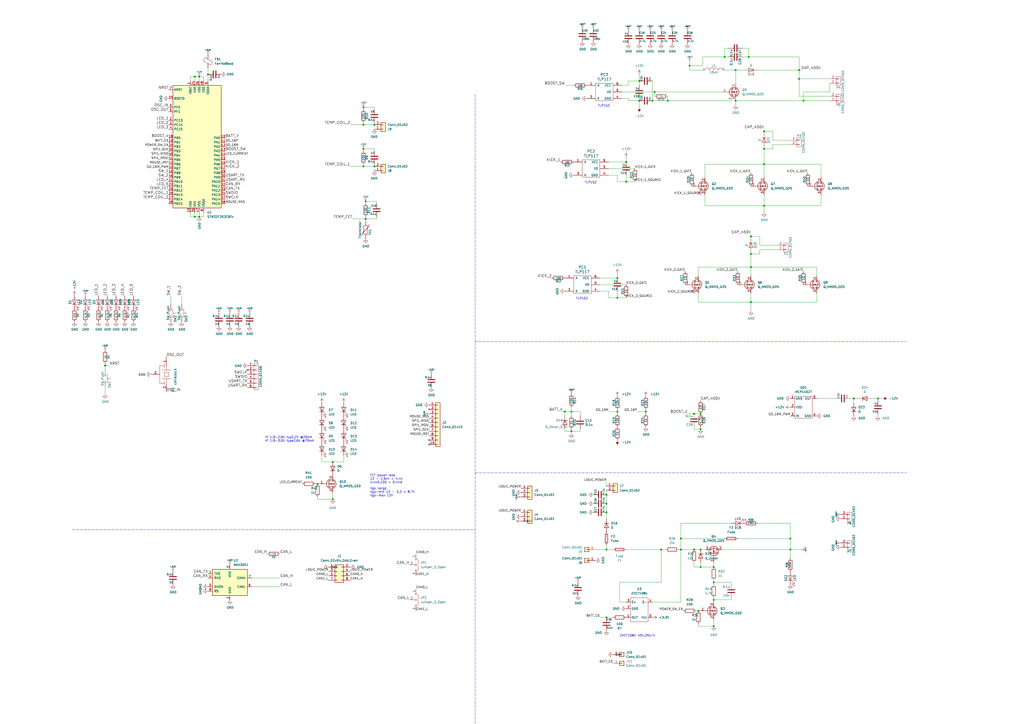
<source format=kicad_sch>
(kicad_sch (version 20211123) (generator eeschema)
  (paper "A2")
  (junction (at 113.03 125.73))
  (junction (at 363.22 93.98))
  (junction (at 405.13 354.33))
  (junction (at 210.82 86.36))
  (junction (at 331.47 238.76))
  (junction (at 463.55 40.64))
  (junction (at 210.82 62.23))
  (junction (at 443.23 95.25))
  (junction (at 212.09 127))
  (junction (at 458.47 312.42))
  (junction (at 331.47 250.19))
  (junction (at 358.14 172.72))
  (junction (at 217.17 72.39))
  (junction (at 358.14 238.76))
  (junction (at 466.09 58.42))
  (junction (at 193.04 267.97))
  (junction (at 434.34 33.02))
  (junction (at 414.02 347.98))
  (junction (at 402.59 240.03))
  (junction (at 351.79 318.77))
  (junction (at 414.02 328.93))
  (junction (at 378.46 58.42))
  (junction (at 113.03 44.45))
  (junction (at 406.4 248.92))
  (junction (at 351.79 358.14))
  (junction (at 370.84 46.99))
  (junction (at 426.72 40.64))
  (junction (at 115.57 125.73))
  (junction (at 394.97 312.42))
  (junction (at 351.79 297.18))
  (junction (at 402.59 318.77))
  (junction (at 210.82 72.39))
  (junction (at 414.02 363.22))
  (junction (at 435.61 147.32))
  (junction (at 184.15 280.67))
  (junction (at 406.4 318.77))
  (junction (at 458.47 318.77))
  (junction (at 379.73 53.34))
  (junction (at 443.23 76.2))
  (junction (at 351.79 287.02))
  (junction (at 115.57 44.45))
  (junction (at 212.09 116.84))
  (junction (at 443.23 119.38))
  (junction (at 374.65 238.76))
  (junction (at 414.02 337.82))
  (junction (at 495.3 231.14))
  (junction (at 406.4 240.03))
  (junction (at 327.66 238.76))
  (junction (at 383.54 318.77))
  (junction (at 420.37 33.02))
  (junction (at 358.14 161.29))
  (junction (at 217.17 96.52))
  (junction (at 426.72 58.42))
  (junction (at 363.22 105.41))
  (junction (at 394.97 318.77))
  (junction (at 60.96 212.09))
  (junction (at 351.79 292.1))
  (junction (at 435.61 175.26))
  (junction (at 406.4 328.93))
  (junction (at 509.27 231.14))
  (junction (at 463.55 45.72))
  (junction (at 210.82 96.52))
  (junction (at 120.65 43.18))
  (junction (at 400.05 38.1))
  (junction (at 387.35 58.42))
  (junction (at 370.84 58.42))
  (junction (at 435.61 137.16))
  (junction (at 443.23 86.36))
  (junction (at 193.04 289.56))
  (junction (at 435.61 154.94))
  (no_connect (at 248.92 255.27))
  (no_connect (at 143.51 214.63))
  (no_connect (at 248.92 257.81))
  (no_connect (at 248.92 237.49))
  (wire (pts (xy 402.59 240.03) (xy 406.4 240.03)))
  (wire (pts (xy 448.31 86.36) (xy 448.31 83.82)))
  (wire (pts (xy 363.22 105.41) (xy 363.22 101.6)))
  (wire (pts (xy 331.47 236.22) (xy 331.47 238.76)))
  (wire (pts (xy 210.82 72.39) (xy 217.17 72.39)))
  (wire (pts (xy 118.11 125.73) (xy 118.11 123.19)))
  (wire (pts (xy 364.49 49.53) (xy 364.49 46.99)))
  (wire (pts (xy 426.72 58.42) (xy 466.09 58.42)))
  (wire (pts (xy 351.79 297.18) (xy 351.79 300.99)))
  (wire (pts (xy 458.47 303.53) (xy 458.47 312.42)))
  (wire (pts (xy 113.03 123.19) (xy 113.03 125.73)))
  (wire (pts (xy 405.13 154.94) (xy 435.61 154.94)))
  (wire (pts (xy 358.14 101.6) (xy 358.14 105.41)))
  (wire (pts (xy 364.49 46.99) (xy 370.84 46.99)))
  (wire (pts (xy 435.61 175.26) (xy 435.61 180.34)))
  (wire (pts (xy 374.65 238.76) (xy 374.65 240.03)))
  (wire (pts (xy 378.46 46.99) (xy 378.46 58.42)))
  (wire (pts (xy 370.84 46.99) (xy 370.84 49.53)))
  (wire (pts (xy 398.78 240.03) (xy 402.59 240.03)))
  (wire (pts (xy 440.69 137.16) (xy 440.69 142.24)))
  (wire (pts (xy 439.42 303.53) (xy 458.47 303.53)))
  (wire (pts (xy 481.33 55.88) (xy 463.55 55.88)))
  (wire (pts (xy 370.84 57.15) (xy 370.84 58.42)))
  (wire (pts (xy 400.05 35.56) (xy 400.05 38.1)))
  (wire (pts (xy 394.97 312.42) (xy 420.37 312.42)))
  (wire (pts (xy 184.15 288.29) (xy 184.15 289.56)))
  (wire (pts (xy 110.49 125.73) (xy 113.03 125.73)))
  (wire (pts (xy 406.4 328.93) (xy 414.02 328.93)))
  (wire (pts (xy 369.57 238.76) (xy 374.65 238.76)))
  (wire (pts (xy 426.72 58.42) (xy 426.72 60.96)))
  (wire (pts (xy 331.47 238.76) (xy 331.47 241.3)))
  (wire (pts (xy 408.94 102.87) (xy 408.94 95.25)))
  (wire (pts (xy 443.23 95.25) (xy 476.25 95.25)))
  (wire (pts (xy 370.84 58.42) (xy 370.84 62.23)))
  (wire (pts (xy 481.33 53.34) (xy 481.33 48.26)))
  (wire (pts (xy 358.14 105.41) (xy 363.22 105.41)))
  (wire (pts (xy 351.79 292.1) (xy 351.79 297.18)))
  (wire (pts (xy 443.23 76.2) (xy 448.31 76.2)))
  (wire (pts (xy 463.55 40.64) (xy 464.82 40.64)))
  (wire (pts (xy 458.47 318.77) (xy 458.47 312.42)))
  (wire (pts (xy 387.35 55.88) (xy 387.35 58.42)))
  (wire (pts (xy 440.69 144.78) (xy 450.85 144.78)))
  (wire (pts (xy 407.67 33.02) (xy 420.37 33.02)))
  (wire (pts (xy 463.55 45.72) (xy 481.33 45.72)))
  (wire (pts (xy 115.57 44.45) (xy 113.03 44.45)))
  (wire (pts (xy 405.13 160.02) (xy 405.13 154.94)))
  (wire (pts (xy 364.49 57.15) (xy 360.68 57.15)))
  (wire (pts (xy 364.49 58.42) (xy 364.49 57.15)))
  (wire (pts (xy 60.96 224.79) (xy 60.96 228.6)))
  (wire (pts (xy 115.57 123.19) (xy 115.57 125.73)))
  (wire (pts (xy 218.44 116.84) (xy 218.44 118.11)))
  (wire (pts (xy 60.96 212.09) (xy 63.5 212.09)))
  (wire (pts (xy 113.03 44.45) (xy 113.03 46.99)))
  (wire (pts (xy 212.09 127) (xy 218.44 127)))
  (wire (pts (xy 120.65 39.37) (xy 120.65 43.18)))
  (wire (pts (xy 378.46 349.25) (xy 394.97 349.25)))
  (wire (pts (xy 184.15 280.67) (xy 185.42 280.67)))
  (wire (pts (xy 358.14 238.76) (xy 358.14 240.03)))
  (wire (pts (xy 331.47 238.76) (xy 336.55 238.76)))
  (wire (pts (xy 402.59 247.65) (xy 402.59 248.92)))
  (polyline (pts (xy 275.59 198.12) (xy 525.78 198.12)))
  (wire (pts (xy 448.31 83.82) (xy 458.47 83.82)))
  (wire (pts (xy 374.65 237.49) (xy 374.65 238.76)))
  (polyline (pts (xy 275.59 274.32) (xy 525.78 274.32)))
  (wire (pts (xy 495.3 231.14) (xy 497.84 231.14)))
  (wire (pts (xy 424.18 303.53) (xy 394.97 303.53)))
  (wire (pts (xy 387.35 58.42) (xy 424.18 58.42)))
  (wire (pts (xy 435.61 170.18) (xy 435.61 175.26)))
  (wire (pts (xy 422.91 27.94) (xy 420.37 27.94)))
  (wire (pts (xy 360.68 53.34) (xy 379.73 53.34)))
  (wire (pts (xy 400.05 38.1) (xy 407.67 38.1)))
  (wire (pts (xy 351.79 279.4) (xy 351.79 281.94)))
  (wire (pts (xy 113.03 125.73) (xy 115.57 125.73)))
  (wire (pts (xy 360.68 49.53) (xy 364.49 49.53)))
  (wire (pts (xy 443.23 119.38) (xy 476.25 119.38)))
  (wire (pts (xy 336.55 238.76) (xy 336.55 241.3)))
  (wire (pts (xy 359.41 349.25) (xy 363.22 349.25)))
  (wire (pts (xy 347.98 358.14) (xy 351.79 358.14)))
  (wire (pts (xy 218.44 127) (xy 218.44 125.73)))
  (wire (pts (xy 424.18 347.98) (xy 414.02 347.98)))
  (wire (pts (xy 146.05 340.36) (xy 162.56 340.36)))
  (wire (pts (xy 402.59 318.77) (xy 406.4 318.77)))
  (wire (pts (xy 435.61 137.16) (xy 435.61 135.89)))
  (wire (pts (xy 351.79 284.48) (xy 351.79 287.02)))
  (wire (pts (xy 426.72 40.64) (xy 431.8 40.64)))
  (wire (pts (xy 405.13 363.22) (xy 414.02 363.22)))
  (wire (pts (xy 331.47 250.19) (xy 336.55 250.19)))
  (wire (pts (xy 443.23 86.36) (xy 448.31 86.36)))
  (wire (pts (xy 420.37 40.64) (xy 426.72 40.64)))
  (wire (pts (xy 405.13 354.33) (xy 406.4 354.33)))
  (wire (pts (xy 394.97 303.53) (xy 394.97 312.42)))
  (wire (pts (xy 118.11 46.99) (xy 118.11 44.45)))
  (wire (pts (xy 378.46 58.42) (xy 387.35 58.42)))
  (wire (pts (xy 347.98 165.1) (xy 363.22 165.1)))
  (wire (pts (xy 383.54 337.82) (xy 359.41 337.82)))
  (wire (pts (xy 210.82 86.36) (xy 210.82 87.63)))
  (wire (pts (xy 383.54 318.77) (xy 386.08 318.77)))
  (wire (pts (xy 113.03 44.45) (xy 110.49 44.45)))
  (wire (pts (xy 476.25 95.25) (xy 476.25 102.87)))
  (wire (pts (xy 351.79 318.77) (xy 355.6 318.77)))
  (wire (pts (xy 435.61 154.94) (xy 435.61 160.02)))
  (polyline (pts (xy 275.59 54.61) (xy 275.59 424.18)))
  (wire (pts (xy 363.22 105.41) (xy 368.3 105.41)))
  (wire (pts (xy 400.05 38.1) (xy 400.05 40.64)))
  (wire (pts (xy 210.82 86.36) (xy 217.17 86.36)))
  (wire (pts (xy 424.18 346.71) (xy 424.18 347.98)))
  (wire (pts (xy 419.1 318.77) (xy 458.47 318.77)))
  (wire (pts (xy 358.14 237.49) (xy 358.14 238.76)))
  (wire (pts (xy 210.82 62.23) (xy 217.17 62.23)))
  (wire (pts (xy 414.02 346.71) (xy 414.02 347.98)))
  (wire (pts (xy 210.82 72.39) (xy 210.82 71.12)))
  (wire (pts (xy 414.02 328.93) (xy 414.02 326.39)))
  (wire (pts (xy 331.47 238.76) (xy 327.66 238.76)))
  (wire (pts (xy 115.57 44.45) (xy 115.57 46.99)))
  (wire (pts (xy 331.47 250.19) (xy 331.47 248.92)))
  (wire (pts (xy 347.98 161.29) (xy 358.14 161.29)))
  (wire (pts (xy 353.06 97.79) (xy 368.3 97.79)))
  (wire (pts (xy 115.57 125.73) (xy 118.11 125.73)))
  (wire (pts (xy 60.96 212.09) (xy 60.96 214.63)))
  (wire (pts (xy 473.71 175.26) (xy 473.71 170.18)))
  (wire (pts (xy 353.06 238.76) (xy 358.14 238.76)))
  (wire (pts (xy 414.02 347.98) (xy 414.02 349.25)))
  (wire (pts (xy 405.13 175.26) (xy 435.61 175.26)))
  (wire (pts (xy 212.09 127) (xy 212.09 125.73)))
  (wire (pts (xy 435.61 147.32) (xy 440.69 147.32)))
  (wire (pts (xy 351.79 316.23) (xy 351.79 318.77)))
  (wire (pts (xy 406.4 318.77) (xy 408.94 318.77)))
  (wire (pts (xy 217.17 62.23) (xy 217.17 63.5)))
  (wire (pts (xy 448.31 81.28) (xy 458.47 81.28)))
  (wire (pts (xy 435.61 175.26) (xy 473.71 175.26)))
  (wire (pts (xy 110.49 44.45) (xy 110.49 46.99)))
  (wire (pts (xy 473.71 154.94) (xy 473.71 160.02)))
  (wire (pts (xy 435.61 138.43) (xy 435.61 137.16)))
  (wire (pts (xy 476.25 119.38) (xy 476.25 113.03)))
  (wire (pts (xy 424.18 337.82) (xy 414.02 337.82)))
  (wire (pts (xy 443.23 86.36) (xy 443.23 95.25)))
  (wire (pts (xy 353.06 93.98) (xy 363.22 93.98)))
  (wire (pts (xy 210.82 96.52) (xy 210.82 95.25)))
  (wire (pts (xy 430.53 27.94) (xy 434.34 27.94)))
  (wire (pts (xy 217.17 96.52) (xy 217.17 95.25)))
  (wire (pts (xy 358.14 172.72) (xy 363.22 172.72)))
  (wire (pts (xy 379.73 53.34) (xy 379.73 55.88)))
  (wire (pts (xy 458.47 318.77) (xy 458.47 323.85)))
  (wire (pts (xy 443.23 113.03) (xy 443.23 119.38)))
  (wire (pts (xy 217.17 86.36) (xy 217.17 87.63)))
  (wire (pts (xy 327.66 49.53) (xy 332.74 49.53)))
  (wire (pts (xy 331.47 251.46) (xy 331.47 250.19)))
  (wire (pts (xy 509.27 231.14) (xy 511.81 231.14)))
  (wire (pts (xy 217.17 72.39) (xy 217.17 71.12)))
  (wire (pts (xy 400.05 40.64) (xy 407.67 40.64)))
  (wire (pts (xy 406.4 326.39) (xy 406.4 328.93)))
  (wire (pts (xy 327.66 241.3) (xy 327.66 238.76)))
  (wire (pts (xy 481.33 53.34) (xy 466.09 53.34)))
  (wire (pts (xy 60.96 210.82) (xy 60.96 212.09)))
  (wire (pts (xy 327.66 248.92) (xy 327.66 250.19)))
  (wire (pts (xy 210.82 72.39) (xy 203.2 72.39)))
  (wire (pts (xy 210.82 62.23) (xy 210.82 63.5)))
  (wire (pts (xy 430.53 33.02) (xy 434.34 33.02)))
  (wire (pts (xy 443.23 119.38) (xy 443.23 123.19)))
  (wire (pts (xy 370.84 43.18) (xy 370.84 46.99)))
  (wire (pts (xy 435.61 146.05) (xy 435.61 147.32)))
  (wire (pts (xy 212.09 116.84) (xy 218.44 116.84)))
  (wire (pts (xy 492.76 231.14) (xy 495.3 231.14)))
  (wire (pts (xy 443.23 95.25) (xy 443.23 102.87)))
  (wire (pts (xy 406.4 248.92) (xy 406.4 247.65)))
  (wire (pts (xy 435.61 154.94) (xy 473.71 154.94)))
  (wire (pts (xy 212.09 118.11) (xy 212.09 116.84)))
  (wire (pts (xy 420.37 27.94) (xy 420.37 33.02)))
  (wire (pts (xy 351.79 287.02) (xy 351.79 292.1)))
  (wire (pts (xy 407.67 38.1) (xy 407.67 33.02)))
  (wire (pts (xy 435.61 137.16) (xy 440.69 137.16)))
  (wire (pts (xy 210.82 96.52) (xy 217.17 96.52)))
  (wire (pts (xy 358.14 172.72) (xy 353.06 172.72)))
  (wire (pts (xy 327.66 238.76) (xy 326.39 238.76)))
  (wire (pts (xy 443.23 77.47) (xy 443.23 76.2)))
  (wire (pts (xy 212.09 127) (xy 204.47 127)))
  (wire (pts (xy 358.14 168.91) (xy 358.14 172.72)))
  (wire (pts (xy 463.55 55.88) (xy 463.55 45.72)))
  (wire (pts (xy 405.13 170.18) (xy 405.13 175.26)))
  (wire (pts (xy 463.55 33.02) (xy 463.55 40.64)))
  (wire (pts (xy 443.23 85.09) (xy 443.23 86.36)))
  (wire (pts (xy 199.39 264.16) (xy 199.39 267.97)))
  (wire (pts (xy 440.69 147.32) (xy 440.69 144.78)))
  (wire (pts (xy 394.97 318.77) (xy 394.97 349.25)))
  (wire (pts (xy 408.94 113.03) (xy 408.94 119.38)))
  (wire (pts (xy 420.37 33.02) (xy 422.91 33.02)))
  (wire (pts (xy 353.06 101.6) (xy 358.14 101.6)))
  (wire (pts (xy 424.18 339.09) (xy 424.18 337.82)))
  (wire (pts (xy 358.14 161.29) (xy 358.14 158.75)))
  (wire (pts (xy 466.09 58.42) (xy 481.33 58.42)))
  (wire (pts (xy 345.44 318.77) (xy 351.79 318.77)))
  (wire (pts (xy 184.15 289.56) (xy 193.04 289.56)))
  (wire (pts (xy 186.69 267.97) (xy 193.04 267.97)))
  (wire (pts (xy 353.06 172.72) (xy 353.06 168.91)))
  (wire (pts (xy 448.31 76.2) (xy 448.31 81.28)))
  (wire (pts (xy 434.34 33.02) (xy 463.55 33.02)))
  (wire (pts (xy 402.59 248.92) (xy 406.4 248.92)))
  (wire (pts (xy 402.59 326.39) (xy 402.59 328.93)))
  (wire (pts (xy 393.7 318.77) (xy 394.97 318.77)))
  (wire (pts (xy 509.27 231.14) (xy 509.27 232.41)))
  (wire (pts (xy 505.46 231.14) (xy 509.27 231.14)))
  (wire (pts (xy 463.55 40.64) (xy 463.55 45.72)))
  (wire (pts (xy 394.97 312.42) (xy 394.97 318.77)))
  (wire (pts (xy 405.13 361.95) (xy 405.13 363.22)))
  (wire (pts (xy 212.09 128.27) (xy 212.09 127)))
  (wire (pts (xy 146.05 335.28) (xy 162.56 335.28)))
  (wire (pts (xy 383.54 318.77) (xy 383.54 337.82)))
  (wire (pts (xy 435.61 147.32) (xy 435.61 154.94)))
  (wire (pts (xy 426.72 40.64) (xy 426.72 48.26)))
  (wire (pts (xy 351.79 358.14) (xy 355.6 358.14)))
  (wire (pts (xy 439.42 40.64) (xy 463.55 40.64)))
  (wire (pts (xy 336.55 250.19) (xy 336.55 248.92)))
  (wire (pts (xy 193.04 289.56) (xy 193.04 285.75)))
  (wire (pts (xy 414.02 336.55) (xy 414.02 337.82)))
  (wire (pts (xy 394.97 318.77) (xy 402.59 318.77)))
  (wire (pts (xy 495.3 231.14) (xy 495.3 233.68)))
  (wire (pts (xy 353.06 168.91) (xy 347.98 168.91)))
  (wire (pts (xy 473.71 231.14) (xy 485.14 231.14)))
  (wire (pts (xy 120.65 43.18) (xy 120.65 46.99)))
  (wire (pts (xy 118.11 44.45) (xy 115.57 44.45)))
  (wire (pts (xy 364.49 58.42) (xy 370.84 58.42)))
  (wire (pts (xy 99.06 171.45) (xy 99.06 176.53)))
  (wire (pts (xy 327.66 250.19) (xy 331.47 250.19)))
  (wire (pts (xy 402.59 328.93) (xy 406.4 328.93)))
  (wire (pts (xy 427.99 312.42) (xy 458.47 312.42)))
  (wire (pts (xy 363.22 318.77) (xy 383.54 318.77)))
  (wire (pts (xy 458.47 318.77) (xy 464.82 318.77)))
  (wire (pts (xy 182.88 280.67) (xy 184.15 280.67)))
  (wire (pts (xy 403.86 354.33) (xy 405.13 354.33)))
  (wire (pts (xy 105.41 171.45) (xy 105.41 176.53)))
  (polyline (pts (xy 41.91 307.34) (xy 275.59 307.34)))
  (wire (pts (xy 363.22 93.98) (xy 363.22 91.44)))
  (wire (pts (xy 359.41 337.82) (xy 359.41 349.25)))
  (wire (pts (xy 379.73 53.34) (xy 419.1 53.34)))
  (wire (pts (xy 110.49 123.19) (xy 110.49 125.73)))
  (wire (pts (xy 434.34 27.94) (xy 434.34 33.02)))
  (wire (pts (xy 193.04 267.97) (xy 199.39 267.97)))
  (wire (pts (xy 210.82 96.52) (xy 203.2 96.52)))
  (wire (pts (xy 408.94 119.38) (xy 443.23 119.38)))
  (wire (pts (xy 440.69 142.24) (xy 450.85 142.24)))
  (wire (pts (xy 414.02 363.22) (xy 414.02 359.41)))
  (wire (pts (xy 408.94 95.25) (xy 443.23 95.25)))
  (wire (pts (xy 414.02 337.82) (xy 414.02 339.09)))
  (wire (pts (xy 443.23 76.2) (xy 443.23 74.93)))
  (wire (pts (xy 466.09 53.34) (xy 466.09 58.42)))
  (wire (pts (xy 186.69 264.16) (xy 186.69 267.97)))
  (wire (pts (xy 509.27 240.03) (xy 509.27 241.3)))
  (text "TLP152" (at 339.09 106.68 0) (effects (font (size 1.27 1.27)) (justify left bottom)))
  (text "FET power loss\n12 - 1.9x4 = 4.4V\n4.4x0.100 = 0.44W" (at 214.63 280.67 0) (effects (font (size 1.27 1.27)) (justify left bottom)))
  (text "ZXCT1084 40V,25V/V" (at 359.41 369.57 0) (effects (font (size 1.27 1.27)) (justify left bottom)))
  (text "Vgs range\nVgs-min 12 - 3.3 = 8.7V\nVgs-max 12V" (at 214.63 288.29 0) (effects (font (size 1.27 1.27)) (justify left bottom)))
  (text "TLP152" (at 346.71 62.23 0) (effects (font (size 1.27 1.27)) (justify left bottom)))
  (text "TLP152" (at 334.01 173.99 0) (effects (font (size 1.27 1.27)) (justify left bottom)))
  (text "Vf 1.9-2.6V typ2.2V @20mA\nVf 1.9-3.0V type2.6V @70mA" (at 153.67 256.54 0) (effects (font (size 1.27 1.27)) (justify left bottom)))
  (label "MOUSE_NSS" (at 130.81 118.11 0))
  (label "CAN_TX" (at 120.65 332.74 180) (effects (font (size 1.524 1.524))))
  (label "CAP_450V" (at 406.4 232.41 0) (effects (font (size 1.524 1.524))))
  (label "OSC_OUT" (at 96.52 207.01 0) (effects (font (size 1.524 1.524))))
  (label "LED_2" (at 97.79 72.39 180) (effects (font (size 1.524 1.524))))
  (label "CAN_RX" (at 120.65 335.28 180) (effects (font (size 1.524 1.524))))
  (label "KICK_1" (at 325.12 93.98 180) (effects (font (size 1.524 1.524))))
  (label "KICK_2_GATE" (at 427.99 157.48 180))
  (label "GD_16M_PWM" (at 458.47 241.3 180))
  (label "GD_16P" (at 369.57 238.76 180))
  (label "OSC_IN" (at 97.79 62.23 180) (effects (font (size 1.524 1.524))))
  (label "SPI1_MOSI" (at 97.79 92.71 180))
  (label "CAN0_L" (at 241.3 341.63 0))
  (label "GD_16M" (at 353.06 238.76 180))
  (label "USART_TX" (at 143.51 222.25 180) (effects (font (size 1.524 1.524))))
  (label "SW_2" (at 97.79 102.87 180) (effects (font (size 1.524 1.524))))
  (label "SW_2" (at 105.41 171.45 90) (effects (font (size 1.524 1.524))))
  (label "POWER_SW_EN" (at 396.24 354.33 180))
  (label "LED_CURRENT" (at 175.26 280.67 180))
  (label "LED_3" (at 97.79 74.93 180) (effects (font (size 1.524 1.524))))
  (label "CAN_L" (at 237.49 347.98 180) (effects (font (size 1.524 1.524))))
  (label "SPI1_MISO" (at 97.79 90.17 180))
  (label "KICK_1_GATE" (at 401.32 100.33 180))
  (label "CAN_L" (at 162.56 340.36 0) (effects (font (size 1.524 1.524))))
  (label "CAP_450V" (at 464.82 40.64 0) (effects (font (size 1.524 1.524))))
  (label "KICK_2_GATE" (at 466.09 157.48 180))
  (label "GD_16P" (at 130.81 82.55 0))
  (label "LED_CURRENT" (at 130.81 90.17 0))
  (label "BOOST_V" (at 398.78 240.03 180) (effects (font (size 1.524 1.524))))
  (label "LOGIC_POWER" (at 190.5 331.47 180))
  (label "CAN1_L" (at 241.3 354.33 0))
  (label "KICK_1_GATE" (at 468.63 100.33 180))
  (label "LED_1" (at 97.79 69.85 180) (effects (font (size 1.524 1.524))))
  (label "MOUSE_RST" (at 248.92 252.73 180))
  (label "TEMP_FET" (at 97.79 110.49 180) (effects (font (size 1.524 1.524))))
  (label "TEMP_FET" (at 204.47 127 180) (effects (font (size 1.524 1.524))))
  (label "BATT_V" (at 130.81 80.01 0) (effects (font (size 1.524 1.524))))
  (label "OSC_OUT" (at 97.79 64.77 180) (effects (font (size 1.524 1.524))))
  (label "LOGIC_POWER" (at 203.2 331.47 0))
  (label "TEMP_COIL_1" (at 97.79 113.03 180) (effects (font (size 1.524 1.524))))
  (label "BATT_CS" (at 355.6 384.81 180))
  (label "SWCLK" (at 143.51 217.17 180) (effects (font (size 1.524 1.524))))
  (label "LOGIC_POWER" (at 302.26 297.18 180))
  (label "SWCLK" (at 130.81 115.57 0) (effects (font (size 1.524 1.524))))
  (label "KICK_1" (at 130.81 95.25 0) (effects (font (size 1.524 1.524))))
  (label "MOUSE_NSS" (at 248.92 242.57 180))
  (label "LED_2" (at 62.23 171.45 90) (effects (font (size 1.524 1.524))))
  (label "CAN_TX" (at 130.81 110.49 0) (effects (font (size 1.524 1.524))))
  (label "CAN0_H" (at 203.2 334.01 0))
  (label "LED_3" (at 67.31 171.45 90) (effects (font (size 1.524 1.524))))
  (label "CAN_H" (at 154.94 321.31 180) (effects (font (size 1.524 1.524))))
  (label "KICK_2_SOURCE" (at 363.22 172.72 0))
  (label "GD_16M" (at 130.81 85.09 0))
  (label "BATT_V" (at 326.39 238.76 180) (effects (font (size 1.524 1.524))))
  (label "TEMP_COIL_2" (at 203.2 72.39 180) (effects (font (size 1.524 1.524))))
  (label "KICK_1_SOURCE" (at 368.3 105.41 0))
  (label "LED_5" (at 77.47 171.45 90) (effects (font (size 1.524 1.524))))
  (label "KICK_1_GATE" (at 435.61 100.33 180))
  (label "LED_1" (at 57.15 171.45 90) (effects (font (size 1.524 1.524))))
  (label "LOGIC_POWER" (at 351.79 279.4 180))
  (label "SWDIO" (at 143.51 219.71 180) (effects (font (size 1.524 1.524))))
  (label "LED_5" (at 97.79 107.95 180) (effects (font (size 1.524 1.524))))
  (label "OSC_IN" (at 96.52 227.33 0) (effects (font (size 1.524 1.524))))
  (label "BATT_CS" (at 97.79 82.55 180))
  (label "SPI1_MISO" (at 248.92 245.11 180))
  (label "CAN_RX" (at 130.81 107.95 0) (effects (font (size 1.524 1.524))))
  (label "BOOST_SW" (at 130.81 87.63 0) (effects (font (size 1.524 1.524))))
  (label "USART_RX" (at 130.81 105.41 0) (effects (font (size 1.524 1.524))))
  (label "SWDIO" (at 130.81 113.03 0) (effects (font (size 1.524 1.524))))
  (label "SPI1_SCK" (at 97.79 87.63 180))
  (label "KICK_1_SOURCE" (at 406.4 113.03 180))
  (label "CAN_H" (at 162.56 335.28 0) (effects (font (size 1.524 1.524))))
  (label "KICK_1_GATE" (at 368.3 97.79 0))
  (label "SPI1_MOSI" (at 248.92 247.65 180))
  (label "BOOST_V" (at 97.79 80.01 180) (effects (font (size 1.524 1.524))))
  (label "SW_1" (at 97.79 100.33 180) (effects (font (size 1.524 1.524))))
  (label "KICK_2" (at 320.04 161.29 180) (effects (font (size 1.524 1.524))))
  (label "GD_16M_PWM" (at 97.79 97.79 180))
  (label "LED_4" (at 72.39 171.45 90) (effects (font (size 1.524 1.524))))
  (label "CAN1_H" (at 203.2 336.55 0))
  (label "BOOST_SW" (at 327.66 49.53 180) (effects (font (size 1.524 1.524))))
  (label "NRST" (at 97.79 52.07 180) (effects (font (size 1.524 1.524))))
  (label "TEMP_COIL_2" (at 97.79 115.57 180) (effects (font (size 1.524 1.524))))
  (label "MOUSE_RST" (at 97.79 95.25 180))
  (label "KICK_2_GATE" (at 363.22 165.1 0))
  (label "LED_4" (at 97.79 105.41 180) (effects (font (size 1.524 1.524))))
  (label "CAN_L" (at 162.56 321.31 0) (effects (font (size 1.524 1.524))))
  (label "POWER_SW_EN" (at 97.79 85.09 180))
  (label "CAP_450V" (at 435.61 135.89 180) (effects (font (size 1.524 1.524))))
  (label "CAN0_L" (at 190.5 334.01 180))
  (label "LOGIC_POWER" (at 302.26 283.21 180))
  (label "CAN_H" (at 237.49 327.66 180) (effects (font (size 1.524 1.524))))
  (label "USART_TX" (at 130.81 102.87 0) (effects (font (size 1.524 1.524))))
  (label "CAN0_H" (at 241.3 321.31 0))
  (label "NRST" (at 63.5 212.09 0) (effects (font (size 1.524 1.524))))
  (label "SPI1_SCK" (at 248.92 250.19 180))
  (label "KICK_2_SOURCE" (at 402.59 170.18 180))
  (label "CAN1_L" (at 190.5 336.55 180))
  (label "KICK_2" (at 130.81 97.79 0) (effects (font (size 1.524 1.524))))
  (label "BATT_CS" (at 347.98 358.14 180))
  (label "SW_1" (at 99.06 171.45 90) (effects (font (size 1.524 1.524))))
  (label "TEMP_COIL_1" (at 203.2 96.52 180) (effects (font (size 1.524 1.524))))
  (label "CAP_450V" (at 443.23 74.93 180) (effects (font (size 1.524 1.524))))
  (label "KICK_2_GATE" (at 397.51 157.48 180))
  (label "USART_RX" (at 143.51 224.79 180) (effects (font (size 1.524 1.524))))
  (label "CAN1_H" (at 241.3 334.01 0))
  (symbol (lib_id "SSL_BST_ver1.3-rescue:R") (at 60.96 207.01 0) (unit 1)
    (property "Reference" "R1" (at 62.992 207.01 90) (effects (font (size 1.016 1.016))))
    (property "Value" "1k" (at 61.1378 206.9846 90) (effects (font (size 1.016 1.016))))
    (property "Footprint" "Resistor_SMD:R_0603_1608Metric" (effects hide))
  )
  (symbol (lib_id "SSL_BST_ver1.3-rescue:LED") (at 49.53 175.26 90) (unit 1)
    (property "Reference" "D2" (at 46.99 175.26 0))
    (property "Value" "LED" (at 52.07 175.26 0))
    (property "Footprint" "LED_SMD:LED_0603_1608Metric" (effects hide))
  )
  (symbol (lib_id "SSL_BST_ver1.3-rescue:R") (at 49.53 182.88 0) (unit 1)
    (property "Reference" "R3" (at 51.562 182.88 90) (effects (font (size 1.016 1.016))))
    (property "Value" "4.7k" (at 49.7078 182.8546 90) (effects (font (size 1.016 1.016))))
    (property "Footprint" "Resistor_SMD:R_0603_1608Metric" (effects hide))
  )
  (symbol (lib_id "SSL_BST_ver1.3-rescue:LED") (at 57.15 175.26 90) (unit 1)
    (property "Reference" "D3" (at 54.61 175.26 0))
    (property "Value" "LED" (at 59.69 175.26 0))
    (property "Footprint" "LED_SMD:LED_0603_1608Metric" (effects hide))
  )
  (symbol (lib_id "SSL_BST_ver1.3-rescue:R") (at 57.15 182.88 0) (unit 1)
    (property "Reference" "R4" (at 59.182 182.88 90) (effects (font (size 1.016 1.016))))
    (property "Value" "4.7k" (at 57.3278 182.8546 90) (effects (font (size 1.016 1.016))))
    (property "Footprint" "Resistor_SMD:R_0603_1608Metric" (effects hide))
  )
  (symbol (lib_id "SSL_BST_ver1.3-rescue:CONN_01X06") (at 148.59 218.44 0) (unit 1)
    (property "Reference" "P1" (at 148.59 209.55 0))
    (property "Value" "CONN_01X06" (at 151.13 218.44 90))
    (property "Footprint" "user:ZH_B6B-ZR" (effects hide))
  )
  (symbol (lib_id "SSL_BST_ver1.3-rescue:R") (at 158.75 321.31 270) (unit 1)
    (property "Reference" "R8" (at 158.75 323.342 90) (effects (font (size 1.016 1.016))))
    (property "Value" "120" (at 158.7754 321.4878 90) (effects (font (size 1.016 1.016))))
    (property "Footprint" "Resistor_SMD:R_0603_1608Metric" (effects hide))
  )
  (symbol (lib_id "SSL_BST_ver1.3-rescue:+3.3V") (at 60.96 203.2 0) (unit 1)
    (property "Reference" "#PWR06" (effects hide))
    (property "Value" "+3.3V" (at 60.96 200.406 0) (effects (font (size 0.762 0.762))))
  )
  (symbol (lib_id "SSL_BST_ver1.3-rescue:+3.3V") (at 49.53 171.45 0) (unit 1)
    (property "Reference" "#PWR09" (effects hide))
    (property "Value" "+3.3V" (at 49.53 168.656 0) (effects (font (size 0.762 0.762))))
  )
  (symbol (lib_id "SSL_BST_ver1.3-rescue:+3.3V") (at 144.78 181.61 0) (unit 1)
    (property "Reference" "#PWR035" (effects hide))
    (property "Value" "+3.3V" (at 144.78 178.816 0) (effects (font (size 0.762 0.762))))
  )
  (symbol (lib_id "SSL_BST_ver1.3-rescue:C") (at 144.78 185.42 180) (unit 1)
    (property "Reference" "C6" (at 144.78 187.96 0) (effects (font (size 1.016 1.016)) (justify left)))
    (property "Value" "0.1u" (at 144.6276 183.261 0) (effects (font (size 1.016 1.016)) (justify left)))
    (property "Footprint" "Capacitor_SMD:C_0603_1608Metric" (effects hide))
  )
  (symbol (lib_id "SSL_BST_ver1.3-rescue:+3.3V") (at 138.43 181.61 0) (unit 1)
    (property "Reference" "#PWR032" (effects hide))
    (property "Value" "+3.3V" (at 138.43 178.816 0) (effects (font (size 0.762 0.762))))
  )
  (symbol (lib_id "SSL_BST_ver1.3-rescue:C") (at 138.43 185.42 180) (unit 1)
    (property "Reference" "C5" (at 138.43 187.96 0) (effects (font (size 1.016 1.016)) (justify left)))
    (property "Value" "0.1u" (at 138.2776 183.261 0) (effects (font (size 1.016 1.016)) (justify left)))
    (property "Footprint" "Capacitor_SMD:C_0603_1608Metric" (effects hide))
  )
  (symbol (lib_id "SSL_BST_ver1.3-rescue:+3.3V") (at 133.35 181.61 0) (unit 1)
    (property "Reference" "#PWR030" (effects hide))
    (property "Value" "+3.3V" (at 133.35 178.816 0) (effects (font (size 0.762 0.762))))
  )
  (symbol (lib_id "SSL_BST_ver1.3-rescue:C") (at 133.35 185.42 180) (unit 1)
    (property "Reference" "C4" (at 133.35 187.96 0) (effects (font (size 1.016 1.016)) (justify left)))
    (property "Value" "0.1u" (at 133.1976 183.261 0) (effects (font (size 1.016 1.016)) (justify left)))
    (property "Footprint" "Capacitor_SMD:C_0603_1608Metric" (effects hide))
  )
  (symbol (lib_id "SSL_BST_ver1.3-rescue:C") (at 127 185.42 180) (unit 1)
    (property "Reference" "C3" (at 127 187.96 0) (effects (font (size 1.016 1.016)) (justify left)))
    (property "Value" "0.1u" (at 126.8476 183.261 0) (effects (font (size 1.016 1.016)) (justify left)))
    (property "Footprint" "Capacitor_SMD:C_0603_1608Metric" (effects hide))
  )
  (symbol (lib_id "SSL_BST_ver1.3-rescue:+3.3V") (at 302.26 288.29 90) (unit 1)
    (property "Reference" "#PWR056" (effects hide))
    (property "Value" "+3.3V" (at 299.466 288.29 0) (effects (font (size 0.762 0.762))))
  )
  (symbol (lib_id "SSL_BST_ver1.3-rescue:SW_Push") (at 60.96 219.71 270) (unit 1)
    (property "Reference" "SW1" (at 63.5 220.98 0) (effects (justify left)))
    (property "Value" "SW_Push" (at 59.436 219.71 0))
    (property "Footprint" "Button_Switch_SMD:SW_Push_1P1T_NO_CK_KMR2" (effects hide))
  )
  (symbol (lib_id "SSL_BST_ver1.3-rescue:INDUCTOR") (at 414.02 40.64 0) (unit 1)
    (property "Reference" "L1" (at 414.02 38.1 0))
    (property "Value" "10uH" (at 414.02 41.91 0))
    (property "Footprint" "Inductor_SMD:L_Bourns_SRP1770TA_16.9x16.9mm" (effects hide))
  )
  (symbol (lib_id "SSL_BST_ver1.3-rescue:D") (at 435.61 40.64 180) (unit 1)
    (property "Reference" "D19" (at 435.61 43.18 0))
    (property "Value" "D" (at 435.61 38.1 0))
    (property "Footprint" "user:TO-252-2-RD" (effects hide))
  )
  (symbol (lib_id "SSL_BST_ver1.3-rescue:SW_Push") (at 99.06 181.61 270) (unit 1)
    (property "Reference" "SW2" (at 101.6 182.88 0) (effects (justify left)))
    (property "Value" "SW_Push" (at 97.536 181.61 0))
    (property "Footprint" "Button_Switch_SMD:SW_Push_1P1T_NO_CK_KMR2" (effects hide))
  )
  (symbol (lib_id "SSL_BST_ver1.3-rescue:C") (at 402.59 243.84 180) (unit 1)
    (property "Reference" "C29" (at 401.955 246.38 0) (effects (justify left)))
    (property "Value" "0.1u" (at 401.955 241.3 0) (effects (justify left)))
    (property "Footprint" "Capacitor_SMD:C_0603_1608Metric" (effects hide))
  )
  (symbol (lib_id "SSL_BST_ver1.3-rescue:R") (at 331.47 245.11 0) (unit 1)
    (property "Reference" "R15" (at 333.502 245.11 90))
    (property "Value" "1k" (at 331.47 245.11 90))
    (property "Footprint" "Resistor_SMD:R_0603_1608Metric" (effects hide))
  )
  (symbol (lib_id "SSL_BST_ver1.3-rescue:R") (at 331.47 232.41 0) (unit 1)
    (property "Reference" "R14" (at 333.502 232.41 90))
    (property "Value" "10k" (at 331.47 232.41 90))
    (property "Footprint" "Resistor_SMD:R_0603_1608Metric" (effects hide))
  )
  (symbol (lib_id "SSL_BST_ver1.3-rescue:ceralock") (at 96.52 217.17 270) (unit 1)
    (property "Reference" "X1" (at 100.33 226.06 0) (effects (font (size 1.524 1.524))))
    (property "Value" "ceralock" (at 101.6 218.44 0) (effects (font (size 1.524 1.524))))
    (property "Footprint" "Crystal:Resonator_SMD_Murata_CSTxExxV-3Pin_3.0x1.1mm" (effects hide))
  )
  (symbol (lib_id "SSL_BST_ver1.3-rescue:LED") (at 62.23 175.26 90) (unit 1)
    (property "Reference" "D4" (at 59.69 175.26 0))
    (property "Value" "LED" (at 64.77 175.26 0))
    (property "Footprint" "LED_SMD:LED_0603_1608Metric" (effects hide))
  )
  (symbol (lib_id "SSL_BST_ver1.3-rescue:R") (at 62.23 182.88 0) (unit 1)
    (property "Reference" "R5" (at 64.262 182.88 90) (effects (font (size 1.016 1.016))))
    (property "Value" "4.7k" (at 62.4078 182.8546 90) (effects (font (size 1.016 1.016))))
    (property "Footprint" "Resistor_SMD:R_0603_1608Metric" (effects hide))
  )
  (symbol (lib_id "SSL_BST_ver1.3-rescue:SW_Push") (at 105.41 181.61 270) (unit 1)
    (property "Reference" "SW3" (at 107.95 182.88 0) (effects (justify left)))
    (property "Value" "SW_Push" (at 103.886 181.61 0))
    (property "Footprint" "Button_Switch_SMD:SW_Push_1P1T_NO_CK_KMR2" (effects hide))
  )
  (symbol (lib_id "SSL_BST_ver1.3-rescue:R") (at 406.4 236.22 0) (unit 1)
    (property "Reference" "R37" (at 408.432 236.22 90))
    (property "Value" "1M" (at 406.4 236.22 90))
    (property "Footprint" "Resistor_SMD:R_1206_3216Metric" (effects hide))
  )
  (symbol (lib_id "SSL_BST_ver1.3-rescue:R") (at 406.4 243.84 0) (unit 1)
    (property "Reference" "R38" (at 408.432 243.84 90))
    (property "Value" "4.7k" (at 406.4 243.84 90))
    (property "Footprint" "Resistor_SMD:R_0603_1608Metric" (effects hide))
  )
  (symbol (lib_id "SSL_BST_ver1.3-rescue:R") (at 336.55 49.53 270) (unit 1)
    (property "Reference" "R16" (at 336.55 51.562 90) (effects (font (size 1.016 1.016))))
    (property "Value" "100" (at 336.5754 49.7078 90) (effects (font (size 1.016 1.016))))
    (property "Footprint" "Resistor_SMD:R_0603_1608Metric" (effects hide))
  )
  (symbol (lib_id "SSL_BST_ver1.3-rescue:+BATT") (at 331.47 228.6 0) (unit 1)
    (property "Reference" "#PWR060" (effects hide))
    (property "Value" "+BATT" (at 331.47 226.06 0) (effects (font (size 0.762 0.762))))
  )
  (symbol (lib_id "SSL_BST_ver1.3-rescue:R") (at 210.82 67.31 0) (mirror x) (unit 1)
    (property "Reference" "R10" (at 212.852 67.31 90))
    (property "Value" "10k" (at 210.82 67.31 90))
    (property "Footprint" "Resistor_SMD:R_0603_1608Metric" (effects hide))
  )
  (symbol (lib_id "SSL_BST_ver1.3-rescue:Thermistor") (at 212.09 133.35 0) (mirror x) (unit 1)
    (property "Reference" "TH1" (at 214.63 134.62 90))
    (property "Value" "Thermistor" (at 209.55 133.35 90) (effects (justify bottom)))
    (property "Footprint" "Resistor_SMD:R_0603_1608Metric" (effects hide))
  )
  (symbol (lib_id "SSL_BST_ver1.3-rescue:R") (at 212.09 121.92 0) (mirror x) (unit 1)
    (property "Reference" "R11" (at 214.122 121.92 90))
    (property "Value" "10k" (at 212.09 121.92 90))
    (property "Footprint" "Resistor_SMD:R_0603_1608Metric" (effects hide))
  )
  (symbol (lib_id "SSL_BST_ver1.3-rescue:+3.3V") (at 212.09 116.84 0) (unit 1)
    (property "Reference" "#PWR051" (effects hide))
    (property "Value" "+3.3V" (at 212.09 114.046 0) (effects (font (size 0.762 0.762))))
  )
  (symbol (lib_id "SSL_BST_ver1.3-rescue:CONN_01X02") (at 486.41 46.99 0) (mirror x) (unit 1)
    (property "Reference" "P4" (at 486.41 50.8 0))
    (property "Value" "CONN_01X02" (at 488.95 46.99 90))
    (property "Footprint" "user:Hirose_DF63M-2P-3.96DSA_1x02_P3.96mm_Vertical_pinless" (effects hide))
  )
  (symbol (lib_id "SSL_BST_ver1.3-rescue:CONN_01X02") (at 463.55 82.55 0) (unit 1)
    (property "Reference" "P3" (at 463.55 78.74 0))
    (property "Value" "CONN_01X02" (at 466.09 82.55 90))
    (property "Footprint" "user:Hirose_DF63M-2P-3.96DSA_1x02_P3.96mm_Vertical_pinless" (effects hide))
  )
  (symbol (lib_id "SSL_BST_ver1.3-rescue:D") (at 443.23 81.28 270) (unit 1)
    (property "Reference" "D21" (at 445.77 81.28 0))
    (property "Value" "D" (at 440.69 81.28 0))
    (property "Footprint" "user:TO-252-2-RD" (effects hide))
  )
  (symbol (lib_id "SSL_BST_ver1.3-rescue:R") (at 368.3 101.6 180) (unit 1)
    (property "Reference" "R22" (at 366.268 101.6 90))
    (property "Value" "1k" (at 368.3 101.6 90))
    (property "Footprint" "Resistor_SMD:R_0603_1608Metric" (effects hide))
  )
  (symbol (lib_id "SSL_BST_ver1.3_rev2-rescue:TLP117-user") (at 342.9 97.79 0) (unit 1)
    (property "Reference" "PC2" (at 342.9 87.7062 0) (effects (font (size 1.524 1.524))))
    (property "Value" "TLP117" (at 342.9 90.3986 0) (effects (font (size 1.524 1.524))))
    (property "Footprint" "Package_SO:MFSOP6-5_4.4x3.6mm_P1.27mm" (effects hide))
  )
  (symbol (lib_id "SSL_BST_ver1.3-rescue:R") (at 401.32 104.14 0) (mirror y) (unit 1)
    (property "Reference" "R29" (at 399.288 104.14 90))
    (property "Value" "10" (at 401.32 104.14 90))
    (property "Footprint" "Resistor_SMD:R_0603_1608Metric" (effects hide))
  )
  (symbol (lib_id "SSL_BST_ver1.3-rescue:CONN_01X02") (at 486.41 57.15 0) (mirror x) (unit 1)
    (property "Reference" "P5" (at 486.41 60.96 0))
    (property "Value" "CONN_01X02" (at 488.95 59.69 90))
    (property "Footprint" "user:Hirose_DF63M-2P-3.96DSA_1x02_P3.96mm_Vertical_pinless" (effects hide))
  )
  (symbol (lib_id "SSL_BST_ver1.3_rev2-rescue:GND-power") (at 332.74 101.6 270) (unit 1)
    (property "Reference" "#PWR062" (effects hide))
    (property "Value" "GND" (at 328.3458 101.727 0))
  )
  (symbol (lib_id "SSL_BST_ver1.3-rescue:R") (at 328.93 93.98 270) (unit 1)
    (property "Reference" "R13" (at 328.93 96.012 90) (effects (font (size 1.016 1.016))))
    (property "Value" "100" (at 328.9554 94.1578 90) (effects (font (size 1.016 1.016))))
    (property "Footprint" "Resistor_SMD:R_0603_1608Metric" (effects hide))
  )
  (symbol (lib_id "SSL_BST_ver1.3-rescue:C") (at 218.44 121.92 0) (mirror y) (unit 1)
    (property "Reference" "C10" (at 218.44 119.38 0) (effects (font (size 1.016 1.016)) (justify left)))
    (property "Value" "0.1u" (at 218.2876 124.079 0) (effects (font (size 1.016 1.016)) (justify left)))
    (property "Footprint" "Capacitor_SMD:C_0603_1608Metric" (effects hide))
  )
  (symbol (lib_id "SSL_BST_ver1.3-rescue:C") (at 217.17 67.31 0) (mirror y) (unit 1)
    (property "Reference" "C9" (at 217.17 64.77 0) (effects (font (size 1.016 1.016)) (justify left)))
    (property "Value" "0.1u" (at 217.0176 69.469 0) (effects (font (size 1.016 1.016)) (justify left)))
    (property "Footprint" "Capacitor_SMD:C_0603_1608Metric" (effects hide))
  )
  (symbol (lib_id "SSL_BST_ver1.3-rescue:+3.3V") (at 133.35 327.66 0) (unit 1)
    (property "Reference" "#PWR025" (effects hide))
    (property "Value" "+3.3V" (at 133.35 324.866 0) (effects (font (size 0.762 0.762))))
  )
  (symbol (lib_id "SSL_BST_ver1.3-rescue:LED") (at 43.18 175.26 90) (unit 1)
    (property "Reference" "D1" (at 40.64 175.26 0))
    (property "Value" "LED" (at 45.72 175.26 0))
    (property "Footprint" "LED_SMD:LED_0603_1608Metric" (effects hide))
  )
  (symbol (lib_id "SSL_BST_ver1.3-rescue:R") (at 43.18 182.88 0) (unit 1)
    (property "Reference" "R2" (at 45.212 182.88 90) (effects (font (size 1.016 1.016))))
    (property "Value" "47k" (at 43.3578 182.8546 90) (effects (font (size 1.016 1.016))))
    (property "Footprint" "Resistor_SMD:R_0603_1608Metric" (effects hide))
  )
  (symbol (lib_id "SSL_BST_ver1.3_rev2-rescue:GND-power") (at 43.18 186.69 0) (unit 1)
    (property "Reference" "#PWR08" (effects hide))
    (property "Value" "GND" (at 43.307 191.0842 0))
  )
  (symbol (lib_id "SSL_BST_ver1.3_rev2-rescue:GND-power") (at 217.17 74.93 0) (mirror y) (unit 1)
    (property "Reference" "#PWR048" (effects hide))
    (property "Value" "GND" (at 217.043 79.3242 0))
  )
  (symbol (lib_id "SSL_BST_ver1.3_rev2-rescue:GND-power") (at 212.09 138.43 0) (unit 1)
    (property "Reference" "#PWR052" (effects hide))
    (property "Value" "GND" (at 212.217 142.8242 0))
  )
  (symbol (lib_id "SSL_BST_ver1.3_rev2-rescue:GND-power") (at 143.51 212.09 270) (unit 1)
    (property "Reference" "#PWR034" (effects hide))
    (property "Value" "GND" (at 140.2588 212.217 90) (effects (justify right)))
  )
  (symbol (lib_id "SSL_BST_ver1.3_rev2-rescue:GND-power") (at 60.96 228.6 0) (unit 1)
    (property "Reference" "#PWR07" (effects hide))
    (property "Value" "GND" (at 61.087 232.9942 0))
  )
  (symbol (lib_id "SSL_BST_ver1.3_rev2-rescue:GND-power") (at 87.63 217.17 270) (unit 1)
    (property "Reference" "#PWR014" (effects hide))
    (property "Value" "GND" (at 84.3788 217.297 90) (effects (justify right)))
  )
  (symbol (lib_id "SSL_BST_ver1.3_rev2-rescue:GND-power") (at 133.35 189.23 0) (unit 1)
    (property "Reference" "#PWR031" (effects hide))
    (property "Value" "GND" (at 133.477 193.6242 0))
  )
  (symbol (lib_id "SSL_BST_ver1.3_rev2-rescue:GND-power") (at 138.43 189.23 0) (unit 1)
    (property "Reference" "#PWR033" (effects hide))
    (property "Value" "GND" (at 138.557 193.6242 0))
  )
  (symbol (lib_id "SSL_BST_ver1.3_rev2-rescue:GND-power") (at 144.78 189.23 0) (unit 1)
    (property "Reference" "#PWR036" (effects hide))
    (property "Value" "GND" (at 144.907 193.6242 0))
  )
  (symbol (lib_id "SSL_BST_ver1.3_rev2-rescue:GND-power") (at 302.26 285.75 270) (unit 1)
    (property "Reference" "#PWR055" (effects hide))
    (property "Value" "GND" (at 297.8658 285.877 0))
  )
  (symbol (lib_id "SSL_BST_ver1.3_rev2-rescue:GND-power") (at 49.53 186.69 0) (unit 1)
    (property "Reference" "#PWR010" (effects hide))
    (property "Value" "GND" (at 49.657 191.0842 0))
  )
  (symbol (lib_id "SSL_BST_ver1.3_rev2-rescue:GND-power") (at 57.15 186.69 0) (unit 1)
    (property "Reference" "#PWR011" (effects hide))
    (property "Value" "GND" (at 57.277 191.0842 0))
  )
  (symbol (lib_id "SSL_BST_ver1.3_rev2-rescue:GND-power") (at 62.23 186.69 0) (unit 1)
    (property "Reference" "#PWR012" (effects hide))
    (property "Value" "GND" (at 62.357 191.0842 0))
  )
  (symbol (lib_id "SSL_BST_ver1.3_rev2-rescue:GND-power") (at 99.06 186.69 0) (unit 1)
    (property "Reference" "#PWR020" (effects hide))
    (property "Value" "GND" (at 99.187 191.0842 0))
  )
  (symbol (lib_id "SSL_BST_ver1.3_rev2-rescue:GND-power") (at 105.41 186.69 0) (unit 1)
    (property "Reference" "#PWR022" (effects hide))
    (property "Value" "GND" (at 105.537 191.0842 0))
  )
  (symbol (lib_id "SSL_BST_ver1.3_rev2-rescue:GND-power") (at 127 189.23 0) (unit 1)
    (property "Reference" "#PWR028" (effects hide))
    (property "Value" "GND" (at 127.127 193.6242 0))
  )
  (symbol (lib_id "SSL_BST_ver1.3_rev2-rescue:GND-power") (at 426.72 60.96 0) (unit 1)
    (property "Reference" "#PWR094" (effects hide))
    (property "Value" "GND" (at 426.847 65.3542 0))
  )
  (symbol (lib_id "SSL_BST_ver1.3_rev2-rescue:GND-power") (at 331.47 251.46 0) (unit 1)
    (property "Reference" "#PWR061" (effects hide))
    (property "Value" "GND" (at 331.597 255.8542 0))
  )
  (symbol (lib_id "Device:C") (at 336.55 245.11 180) (unit 1)
    (property "Reference" "C12" (at 339.471 243.9416 0) (effects (justify right)))
    (property "Value" "0.1u" (at 339.471 246.253 0) (effects (justify right)))
    (property "Footprint" "Capacitor_SMD:C_0603_1608Metric" (effects hide))
  )
  (symbol (lib_id "SSL_BST_ver1.3_rev2-rescue:GND-power") (at 133.35 347.98 0) (unit 1)
    (property "Reference" "#PWR026" (effects hide))
    (property "Value" "GND" (at 133.477 352.3742 0))
  )
  (symbol (lib_id "Device:D_Zener") (at 327.66 245.11 270) (unit 1)
    (property "Reference" "D15" (at 322.58 243.84 90) (effects (justify left)))
    (property "Value" "D_Zener_3.3V" (at 316.23 247.65 90) (effects (justify left)))
    (property "Footprint" "Diode_SMD:D_SOD-323_HandSoldering" (effects hide))
  )
  (symbol (lib_id "SSL_BST_ver1.3-rescue:C") (at 337.82 20.32 0) (unit 1)
    (property "Reference" "C20" (at 337.82 17.78 0) (effects (font (size 1.016 1.016)) (justify left)))
    (property "Value" "150u" (at 337.9724 22.479 0) (effects (font (size 1.016 1.016)) (justify left)))
    (property "Footprint" "Capacitor_THT:CP_Radial_D8.0mm_P3.50mm" (effects hide))
  )
  (symbol (lib_id "SSL_BST_ver1.3_rev2-rescue:GND-power") (at 377.19 25.4 0) (unit 1)
    (property "Reference" "#PWR085" (effects hide))
    (property "Value" "GND" (at 377.317 29.7942 0))
  )
  (symbol (lib_id "SSL_BST_ver1.3_rev2-rescue:GND-power") (at 327.66 168.91 270) (unit 1)
    (property "Reference" "#PWR059" (effects hide))
    (property "Value" "GND" (at 323.2658 169.037 0))
  )
  (symbol (lib_id "SSL_BST_ver1.3-rescue:+3.3V") (at 248.92 240.03 90) (unit 1)
    (property "Reference" "#PWR054" (effects hide))
    (property "Value" "+3.3V" (at 246.126 240.03 0) (effects (font (size 0.762 0.762))))
  )
  (symbol (lib_id "Device:Fuse") (at 351.79 312.42 0) (unit 1)
    (property "Reference" "F2" (at 354.33 311.1499 0) (effects (justify left)))
    (property "Value" "Fuse" (at 354.33 313.6899 0) (effects (justify left)))
    (property "Footprint" "Capacitor_THT:C_Disc_D8.0mm_W2.5mm_P5.00mm" (effects hide))
  )
  (symbol (lib_id "Device:LED") (at 199.39 260.35 90) (unit 1)
    (property "Reference" "D14" (at 203.2 260.6674 90) (effects (justify right)))
    (property "Value" "LED" (at 203.2 263.2074 90) (effects (justify right)))
    (property "Footprint" "LED_THT:LED_D3.0mm" (effects hide))
  )
  (symbol (lib_id "Device:Q_NMOS_GSD") (at 190.5 280.67 0) (unit 1)
    (property "Reference" "Q10" (at 196.85 279.3999 0) (effects (justify left)))
    (property "Value" "Q_NMOS_GSD" (at 196.85 281.9399 0) (effects (justify left)))
    (property "Footprint" "Package_TO_SOT_SMD:SOT-23" (effects hide))
  )
  (symbol (lib_id "SSL_BST_ver1.3-rescue:C") (at 347.98 292.1 90) (unit 1)
    (property "Reference" "C16" (at 345.44 292.1 0) (effects (font (size 1.016 1.016)) (justify left)))
    (property "Value" "4.7u" (at 350.139 291.9476 0) (effects (font (size 1.016 1.016)) (justify left)))
    (property "Footprint" "Capacitor_SMD:C_1206_3216Metric" (effects hide))
  )
  (symbol (lib_id "power:+12V") (at 374.65 229.87 0) (unit 1)
    (property "Reference" "#PWR081" (effects hide))
    (property "Value" "+12V" (at 377.19 228.5999 0) (effects (justify left)))
  )
  (symbol (lib_id "Device:R") (at 414.02 342.9 180) (unit 1)
    (property "Reference" "R43" (at 408.94 341.63 0) (effects (justify right)))
    (property "Value" "4.7k" (at 408.94 344.17 0) (effects (justify right)))
    (property "Footprint" "Resistor_SMD:R_0603_1608Metric" (effects hide))
  )
  (symbol (lib_id "SSL_BST_ver1.3_rev2-rescue:GND-power") (at 345.44 325.12 90) (unit 1)
    (property "Reference" "#PWR066" (effects hide))
    (property "Value" "GND" (at 349.8342 324.993 0))
  )
  (symbol (lib_id "SSL_BST_ver1.3_rev2-rescue:GND-power") (at 115.57 125.73 0) (unit 1)
    (property "Reference" "#PWR03" (effects hide))
    (property "Value" "GND" (at 115.697 128.9812 90) (effects (justify right)))
  )
  (symbol (lib_id "Device:D") (at 501.65 231.14 0) (unit 1)
    (property "Reference" "D24" (at 501.65 224.79 0))
    (property "Value" "D" (at 501.65 227.33 0))
    (property "Footprint" "Diode_SMD:D_SOD-323_HandSoldering" (effects hide))
  )
  (symbol (lib_id "SSL_BST_ver1.3-rescue:R") (at 363.22 168.91 180) (unit 1)
    (property "Reference" "R21" (at 361.188 168.91 90))
    (property "Value" "1k" (at 363.22 168.91 90))
    (property "Footprint" "Resistor_SMD:R_0603_1608Metric" (effects hide))
  )
  (symbol (lib_id "Device:D") (at 351.79 304.8 270) (unit 1)
    (property "Reference" "D16" (at 354.33 303.5299 90) (effects (justify left)))
    (property "Value" "D" (at 354.33 306.0699 90) (effects (justify left)))
    (property "Footprint" "Diode_SMD:D_SMA" (effects hide))
  )
  (symbol (lib_id "Connector_Generic:Conn_01x01") (at 360.68 379.73 0) (unit 1)
    (property "Reference" "J10" (at 363.22 378.4599 0) (effects (justify left)))
    (property "Value" "Conn_01x01" (at 363.22 380.9999 0) (effects (justify left)))
    (property "Footprint" "user:WireSoldingPad" (effects hide))
  )
  (symbol (lib_id "SSL_BST_ver1.3-rescue:+3.3V") (at 115.57 44.45 0) (unit 1)
    (property "Reference" "#PWR02" (effects hide))
    (property "Value" "+3.3V" (at 115.57 41.656 0) (effects (font (size 0.762 0.762))))
  )
  (symbol (lib_id "Device:R") (at 389.89 318.77 90) (unit 1)
    (property "Reference" "R26" (at 389.89 312.42 90))
    (property "Value" "2m" (at 389.89 314.96 90))
    (property "Footprint" "Resistor_SMD:R_1020_2550Metric" (effects hide))
  )
  (symbol (lib_id "SSL_BST_ver1.3-rescue:R") (at 210.82 91.44 0) (mirror x) (unit 1)
    (property "Reference" "R9" (at 212.852 91.44 90))
    (property "Value" "10k" (at 210.82 91.44 90))
    (property "Footprint" "Resistor_SMD:R_0603_1608Metric" (effects hide))
  )
  (symbol (lib_id "Connector_Generic:Conn_02x04_Odd_Even") (at 195.58 331.47 0) (unit 1)
    (property "Reference" "J1" (at 196.85 322.58 0))
    (property "Value" "Conn_02x04_Odd_Even" (at 196.85 325.12 0))
    (property "Footprint" "Connector_Hirose:Hirose_DF11-8DP-2DSA_2x04_P2.00mm_Vertical" (effects hide))
  )
  (symbol (lib_id "SSL_BST_ver1.3_rev2-rescue:GND-power") (at 120.65 342.9 270) (unit 1)
    (property "Reference" "#PWR023" (effects hide))
    (property "Value" "GND" (at 116.2558 343.027 0))
  )
  (symbol (lib_name "Q_NMOS_GDS_1") (lib_id "Device:Q_NMOS_GDS") (at 424.18 53.34 0) (unit 1)
    (property "Reference" "Q5" (at 430.53 52.0699 0) (effects (justify left)))
    (property "Value" "Q_NMOS_GDS" (at 430.53 54.6099 0) (effects (justify left)))
    (property "Footprint" "user:TO-220F-3_Horizontal_TabDown_HV_INV_diff" (effects hide))
  )
  (symbol (lib_name "Q_NMOS_GDS_1") (lib_id "Device:Q_NMOS_GDS") (at 406.4 107.95 0) (unit 1)
    (property "Reference" "Q2" (at 412.75 106.6799 0) (effects (justify left)))
    (property "Value" "Q_NMOS_GDS" (at 412.75 109.2199 0) (effects (justify left)))
    (property "Footprint" "user:TO-252-2_diff" (effects hide))
  )
  (symbol (lib_id "User:MCP1402T") (at 466.09 236.22 0) (unit 1)
    (property "Reference" "GD1" (at 466.09 224.79 0))
    (property "Value" "MCP1402T" (at 466.09 227.33 0))
    (property "Footprint" "Package_TO_SOT_SMD:SOT-23-5" (effects hide))
  )
  (symbol (lib_id "Device:Q_NMOS_GDS") (at 471.17 165.1 0) (unit 1)
    (property "Reference" "Q8" (at 477.52 163.8299 0) (effects (justify left)))
    (property "Value" "Q_NMOS_GDS" (at 477.52 166.3699 0) (effects (justify left)))
    (property "Footprint" "Package_TO_SOT_SMD:TO-252-2" (effects hide))
  )
  (symbol (lib_id "Interface_UART:MAX3051") (at 133.35 337.82 0) (unit 1)
    (property "Reference" "U2" (at 135.3694 325.12 0) (effects (justify left)))
    (property "Value" "MAX3051" (at 135.3694 327.66 0) (effects (justify left)))
    (property "Footprint" "Package_SO:SO-8_3.9x4.9mm_P1.27mm" (effects hide))
    (property "Datasheet" "http://datasheets.maximintegrated.com/en/ds/MAX3051.pdf" (effects hide))
  )
  (symbol (lib_id "SSL_BST_ver1.3_rev2-rescue:GND-power") (at 302.26 299.72 270) (unit 1)
    (property "Reference" "#PWR057" (effects hide))
    (property "Value" "GND" (at 297.8658 299.847 0))
  )
  (symbol (lib_id "SSL_BST_ver1.3-rescue:R") (at 468.63 104.14 0) (mirror y) (unit 1)
    (property "Reference" "R40" (at 466.598 104.14 90))
    (property "Value" "10" (at 468.63 104.14 90))
    (property "Footprint" "Resistor_SMD:R_0603_1608Metric" (effects hide))
  )
  (symbol (lib_id "SSL_BST_ver1.3-rescue:R") (at 358.14 251.46 180) (unit 1)
    (property "Reference" "R20" (at 356.108 251.46 90))
    (property "Value" "1k" (at 358.14 251.46 90))
    (property "Footprint" "Resistor_SMD:R_0603_1608Metric" (effects hide))
  )
  (symbol (lib_id "power:GND") (at 351.79 365.76 0) (unit 1)
    (property "Reference" "#PWR024" (effects hide))
    (property "Value" "GND" (at 349.25 367.0301 0) (effects (justify right)))
  )
  (symbol (lib_id "SSL_BST_ver1.3-rescue:C") (at 100.33 335.28 180) (unit 1)
    (property "Reference" "C2" (at 100.33 337.82 0) (effects (font (size 1.016 1.016)) (justify left)))
    (property "Value" "0.1u" (at 100.1776 333.121 0) (effects (font (size 1.016 1.016)) (justify left)))
    (property "Footprint" "Capacitor_SMD:C_0603_1608Metric" (effects hide))
  )
  (symbol (lib_id "SSL_BST_ver1.3-rescue:LED") (at 427.99 303.53 180) (unit 1)
    (property "Reference" "D18" (at 427.99 306.07 0))
    (property "Value" "LED" (at 427.99 300.99 0))
    (property "Footprint" "LED_SMD:LED_0603_1608Metric" (effects hide))
  )
  (symbol (lib_id "SSL_BST_ver1.3_rev2-rescue:GND-power") (at 337.82 24.13 0) (unit 1)
    (property "Reference" "#PWR0116" (effects hide))
    (property "Value" "GND" (at 337.947 28.5242 0))
  )
  (symbol (lib_id "SSL_BST_ver1.3-rescue:+BATT") (at 364.49 17.78 0) (unit 1)
    (property "Reference" "#PWR017" (effects hide))
    (property "Value" "+BATT" (at 364.49 15.24 0) (effects (font (size 0.762 0.762))))
  )
  (symbol (lib_id "SSL_BST_ver1.3_rev2-rescue:GND-power") (at 389.89 25.4 0) (unit 1)
    (property "Reference" "#PWR089" (effects hide))
    (property "Value" "GND" (at 390.017 29.7942 0))
  )
  (symbol (lib_id "SSL_BST_ver1.3-rescue:C") (at 370.84 21.59 0) (unit 1)
    (property "Reference" "C18" (at 370.84 19.05 0) (effects (font (size 1.016 1.016)) (justify left)))
    (property "Value" "4.7u" (at 370.9924 23.749 0) (effects (font (size 1.016 1.016)) (justify left)))
    (property "Footprint" "Capacitor_SMD:C_1206_3216Metric" (effects hide))
  )
  (symbol (lib_id "SSL_BST_ver1.3-rescue:+BATT") (at 377.19 17.78 0) (unit 1)
    (property "Reference" "#PWR084" (effects hide))
    (property "Value" "+BATT" (at 377.19 15.24 0) (effects (font (size 0.762 0.762))))
  )
  (symbol (lib_id "power:+12V") (at 358.14 229.87 0) (unit 1)
    (property "Reference" "#PWR069" (effects hide))
    (property "Value" "+12V" (at 360.68 228.5999 0) (effects (justify left)))
  )
  (symbol (lib_id "SSL_BST_ver1.3-rescue:R") (at 427.99 161.29 180) (unit 1)
    (property "Reference" "R33" (at 425.958 161.29 90))
    (property "Value" "10" (at 427.99 161.29 90))
    (property "Footprint" "Resistor_SMD:R_0603_1608Metric" (effects hide))
  )
  (symbol (lib_id "SSL_BST_ver1.3-rescue:R") (at 466.09 161.29 180) (unit 1)
    (property "Reference" "R39" (at 464.058 161.29 90))
    (property "Value" "10" (at 466.09 161.29 90))
    (property "Footprint" "Resistor_SMD:R_0603_1608Metric" (effects hide))
  )
  (symbol (lib_id "SSL_BST_ver1.3-rescue:R") (at 374.65 243.84 180) (unit 1)
    (property "Reference" "R24" (at 372.618 243.84 90))
    (property "Value" "1k" (at 374.65 243.84 90))
    (property "Footprint" "Resistor_SMD:R_0603_1608Metric" (effects hide))
  )
  (symbol (lib_id "Connector_Generic:Conn_01x03") (at 307.34 285.75 0) (unit 1)
    (property "Reference" "J3" (at 309.88 284.4799 0) (effects (justify left)))
    (property "Value" "Conn_01x03" (at 309.88 287.0199 0) (effects (justify left)))
    (property "Footprint" "user:VX07805-500" (effects hide))
  )
  (symbol (lib_id "SSL_BST_ver1.3_rev2-rescue:GND-power") (at 128.27 43.18 90) (unit 1)
    (property "Reference" "#PWR05" (effects hide))
    (property "Value" "GND" (at 131.5212 43.053 90) (effects (justify right)))
  )
  (symbol (lib_id "SSL_BST_ver1.3-rescue:+BATT") (at 400.05 35.56 0) (unit 1)
    (property "Reference" "#PWR092" (effects hide))
    (property "Value" "+BATT" (at 400.05 33.02 0) (effects (font (size 0.762 0.762))))
  )
  (symbol (lib_id "SSL_BST_ver1.3-rescue:R") (at 358.14 233.68 180) (unit 1)
    (property "Reference" "R18" (at 356.108 233.68 90))
    (property "Value" "10k" (at 358.14 233.68 90))
    (property "Footprint" "Resistor_SMD:R_0603_1608Metric" (effects hide))
  )
  (symbol (lib_id "power:GND") (at 495.3 241.3 0) (unit 1)
    (property "Reference" "#PWR0101" (effects hide))
    (property "Value" "GND" (at 497.84 242.5699 0) (effects (justify left)))
  )
  (symbol (lib_id "Jumper:Jumper_3_Open") (at 241.3 347.98 270) (unit 1)
    (property "Reference" "JP2" (at 243.84 346.7099 90) (effects (justify left)))
    (property "Value" "Jumper_3_Open" (at 243.84 349.2499 90) (effects (justify left)))
    (property "Footprint" "Jumper:SolderJumper-3_P1.3mm_Open_RoundedPad1.0x1.5mm" (effects hide))
  )
  (symbol (lib_id "SSL_BST_ver1.3-rescue:+BATT") (at 337.82 16.51 0) (unit 1)
    (property "Reference" "#PWR0118" (effects hide))
    (property "Value" "+BATT" (at 337.82 13.97 0) (effects (font (size 0.762 0.762))))
  )
  (symbol (lib_id "SSL_BST_ver1.3-rescue:R") (at 435.61 303.53 90) (unit 1)
    (property "Reference" "R35" (at 435.61 301.498 90) (effects (font (size 1.016 1.016))))
    (property "Value" "100k" (at 435.5846 303.3522 90) (effects (font (size 1.016 1.016))))
    (property "Footprint" "Resistor_SMD:R_0603_1608Metric" (effects hide))
  )
  (symbol (lib_id "SSL_BST_ver1.3-rescue:C") (at 426.72 27.94 270) (unit 1)
    (property "Reference" "C27" (at 429.26 28.575 0) (effects (justify left)))
    (property "Value" "0.1u" (at 424.18 28.575 0) (effects (justify left)))
    (property "Footprint" "Capacitor_THT:C_Rect_L16.5mm_W5.0mm_P15.00mm_MKT" (effects hide))
  )
  (symbol (lib_id "Device:D_Zener") (at 406.4 322.58 270) (unit 1)
    (property "Reference" "D17" (at 408.94 321.3099 90) (effects (justify left)))
    (property "Value" "D_Zener" (at 408.94 323.8499 90) (effects (justify left)))
    (property "Footprint" "Diode_SMD:D_SOD-323_HandSoldering" (effects hide))
  )
  (symbol (lib_id "SSL_BST_ver1.3-rescue:C") (at 374.65 46.99 90) (unit 1)
    (property "Reference" "C21" (at 372.11 46.99 0) (effects (font (size 1.016 1.016)) (justify left)))
    (property "Value" "1u" (at 376.809 46.8376 0) (effects (font (size 1.016 1.016)) (justify left)))
    (property "Footprint" "Capacitor_SMD:C_0603_1608Metric" (effects hide))
  )
  (symbol (lib_id "power:+3.3V") (at 378.46 358.14 270) (unit 1)
    (property "Reference" "#PWR072" (effects hide))
    (property "Value" "+3.3V" (at 382.27 358.1399 90) (effects (justify left)))
  )
  (symbol (lib_id "SSL_BST_ver1.3_rev2-rescue:GND-power") (at 77.47 186.69 0) (unit 1)
    (property "Reference" "#PWR037" (effects hide))
    (property "Value" "GND" (at 77.597 191.0842 0))
  )
  (symbol (lib_id "Device:Q_NMOS_GDS") (at 440.69 107.95 0) (unit 1)
    (property "Reference" "Q7" (at 447.04 106.6799 0) (effects (justify left)))
    (property "Value" "Q_NMOS_GDS" (at 447.04 109.2199 0) (effects (justify left)))
    (property "Footprint" "Package_TO_SOT_SMD:TO-252-2" (effects hide))
  )
  (symbol (lib_id "power:GND") (at 340.36 57.15 270) (unit 1)
    (property "Reference" "#PWR065" (effects hide))
    (property "Value" "GND" (at 336.55 57.1499 90) (effects (justify right)))
  )
  (symbol (lib_id "Device:R") (at 184.15 284.48 180) (unit 1)
    (property "Reference" "R42" (at 180.34 283.21 0) (effects (justify right)))
    (property "Value" "1k" (at 180.34 285.75 0) (effects (justify right)))
    (property "Footprint" "Resistor_SMD:R_0603_1608Metric" (effects hide))
  )
  (symbol (lib_id "power:GND") (at 355.6 379.73 270) (unit 1)
    (property "Reference" "#PWR038" (effects hide))
    (property "Value" "GND" (at 356.87 379.7299 90) (effects (justify left)))
  )
  (symbol (lib_id "SSL_BST_ver1.3-rescue:C") (at 374.65 58.42 90) (unit 1)
    (property "Reference" "C22" (at 372.11 58.42 0) (effects (font (size 1.016 1.016)) (justify left)))
    (property "Value" "1u" (at 376.809 58.2676 0) (effects (font (size 1.016 1.016)) (justify left)))
    (property "Footprint" "Capacitor_SMD:C_0603_1608Metric" (effects hide))
  )
  (symbol (lib_id "SSL_BST_ver1.3-rescue:C") (at 347.98 297.18 90) (unit 1)
    (property "Reference" "C17" (at 345.44 297.18 0) (effects (font (size 1.016 1.016)) (justify left)))
    (property "Value" "4.7u" (at 350.139 297.0276 0) (effects (font (size 1.016 1.016)) (justify left)))
    (property "Footprint" "Capacitor_SMD:C_1206_3216Metric" (effects hide))
  )
  (symbol (lib_id "SSL_BST_ver1.3-rescue:+3.3V") (at 100.33 331.47 0) (unit 1)
    (property "Reference" "#PWR015" (effects hide))
    (property "Value" "+3.3V" (at 100.33 328.676 0) (effects (font (size 0.762 0.762))))
  )
  (symbol (lib_id "power:-12V") (at 511.81 231.14 270) (unit 1)
    (property "Reference" "#PWR0104" (effects hide))
    (property "Value" "-12V" (at 515.62 231.1399 90) (effects (justify left)))
  )
  (symbol (lib_id "SSL_BST_ver1.3-rescue:LED") (at 67.31 175.26 90) (unit 1)
    (property "Reference" "D5" (at 64.77 175.26 0))
    (property "Value" "LED" (at 69.85 175.26 0))
    (property "Footprint" "LED_SMD:LED_0603_1608Metric" (effects hide))
  )
  (symbol (lib_id "SSL_BST_ver1.3-rescue:C") (at 424.18 342.9 180) (unit 1)
    (property "Reference" "C34" (at 423.545 345.44 0) (effects (justify left)))
    (property "Value" "0.1u" (at 423.545 340.36 0) (effects (justify left)))
    (property "Footprint" "Capacitor_SMD:C_0603_1608Metric" (effects hide))
  )
  (symbol (lib_id "Connector_Generic:Conn_01x02") (at 356.87 281.94 0) (unit 1)
    (property "Reference" "J7" (at 359.41 281.9399 0) (effects (justify left)))
    (property "Value" "Conn_01x02" (at 359.41 284.4799 0) (effects (justify left)))
    (property "Footprint" "Connector_JST:JST_PH_B2B-PH-K_1x02_P2.00mm_Vertical" (effects hide))
  )
  (symbol (lib_id "SSL_BST_ver1.3_rev2-rescue:GND-power") (at 250.19 224.79 0) (unit 1)
    (property "Reference" "#PWR047" (effects hide))
    (property "Value" "GND" (at 250.317 229.1842 0))
  )
  (symbol (lib_id "SSL_BST_ver1.3_rev2-rescue:GND-power") (at 487.68 317.5 270) (unit 1)
    (property "Reference" "#PWR0108" (effects hide))
    (property "Value" "GND" (at 483.2858 317.627 0))
  )
  (symbol (lib_id "power:+12V") (at 458.47 236.22 90) (unit 1)
    (property "Reference" "#PWR096" (effects hide))
    (property "Value" "+12V" (at 449.58 236.22 90) (effects (justify right)))
  )
  (symbol (lib_id "power:+12V") (at 302.26 302.26 90) (unit 1)
    (property "Reference" "#PWR058" (effects hide))
    (property "Value" "+12V" (at 303.53 302.2599 90) (effects (justify right)))
  )
  (symbol (lib_id "power:+12V") (at 358.14 158.75 0) (unit 1)
    (property "Reference" "#PWR068" (effects hide))
    (property "Value" "+12V" (at 358.14 153.67 0))
  )
  (symbol (lib_id "power:GND") (at 344.17 297.18 270) (unit 1)
    (property "Reference" "#PWR075" (effects hide))
    (property "Value" "GND" (at 340.36 297.1799 90) (effects (justify right)))
  )
  (symbol (lib_id "SSL_BST_ver1.3-rescue:R") (at 397.51 161.29 180) (unit 1)
    (property "Reference" "R27" (at 395.478 161.29 90))
    (property "Value" "10" (at 397.51 161.29 90))
    (property "Footprint" "Resistor_SMD:R_0603_1608Metric" (effects hide))
  )
  (symbol (lib_id "power:GND") (at 363.22 353.06 270) (unit 1)
    (property "Reference" "#PWR071" (effects hide))
    (property "Value" "GND" (at 359.41 353.0599 90) (effects (justify right)))
  )
  (symbol (lib_id "Device:R") (at 402.59 322.58 180) (unit 1)
    (property "Reference" "R30" (at 398.78 321.31 0) (effects (justify right)))
    (property "Value" "10k" (at 398.78 323.85 0) (effects (justify right)))
    (property "Footprint" "Resistor_SMD:R_0603_1608Metric" (effects hide))
  )
  (symbol (lib_id "power:GND") (at 190.5 328.93 270) (unit 1)
    (property "Reference" "#PWR042" (effects hide))
    (property "Value" "GND" (at 191.77 328.9299 90) (effects (justify left)))
  )
  (symbol (lib_id "power:-12V") (at 358.14 255.27 180) (unit 1)
    (property "Reference" "#PWR070" (effects hide))
    (property "Value" "-12V" (at 360.68 256.5399 0) (effects (justify right)))
  )
  (symbol (lib_id "SSL_BST_ver1.3_rev2-rescue:GND-power") (at 458.47 339.09 0) (unit 1)
    (property "Reference" "#PWR0100" (effects hide))
    (property "Value" "GND" (at 458.597 343.4842 0))
  )
  (symbol (lib_id "Device:LED") (at 186.69 245.11 90) (unit 1)
    (property "Reference" "D8" (at 190.5 245.4274 90) (effects (justify right)))
    (property "Value" "LED" (at 190.5 247.9674 90) (effects (justify right)))
    (property "Footprint" "LED_THT:LED_D3.0mm" (effects hide))
  )
  (symbol (lib_id "SSL_BST_ver1.3-rescue:+BATT") (at 389.89 17.78 0) (unit 1)
    (property "Reference" "#PWR088" (effects hide))
    (property "Value" "+BATT" (at 389.89 15.24 0) (effects (font (size 0.762 0.762))))
  )
  (symbol (lib_id "SSL_BST_ver1.3-rescue:C") (at 398.78 21.59 0) (unit 1)
    (property "Reference" "C26" (at 398.78 19.05 0) (effects (font (size 1.016 1.016)) (justify left)))
    (property "Value" "4.7u" (at 398.9324 23.749 0) (effects (font (size 1.016 1.016)) (justify left)))
    (property "Footprint" "Capacitor_SMD:C_1206_3216Metric" (effects hide))
  )
  (symbol (lib_id "SSL_BST_ver1.3-rescue:C") (at 370.84 53.34 180) (unit 1)
    (property "Reference" "C19" (at 370.84 55.88 0) (effects (font (size 1.016 1.016)) (justify left)))
    (property "Value" "1u" (at 370.6876 51.181 0) (effects (font (size 1.016 1.016)) (justify left)))
    (property "Footprint" "Capacitor_SMD:C_0603_1608Metric" (effects hide))
  )
  (symbol (lib_id "SSL_BST_ver1.3-rescue:C") (at 344.17 20.32 0) (unit 1)
    (property "Reference" "C33" (at 344.17 17.78 0) (effects (font (size 1.016 1.016)) (justify left)))
    (property "Value" "150u" (at 344.3224 22.479 0) (effects (font (size 1.016 1.016)) (justify left)))
    (property "Footprint" "Capacitor_THT:CP_Radial_D8.0mm_P3.50mm" (effects hide))
  )
  (symbol (lib_id "SSL_BST_ver1.3_rev2-rescue:GND-power") (at 97.79 57.15 270) (unit 1)
    (property "Reference" "#PWR01" (effects hide))
    (property "Value" "GND" (at 93.3958 57.277 0))
  )
  (symbol (lib_id "SSL_BST_ver1.3_rev2-rescue:GND-power") (at 120.65 340.36 270) (unit 1)
    (property "Reference" "#PWR021" (effects hide))
    (property "Value" "GND" (at 116.2558 340.487 0))
  )
  (symbol (lib_id "power:+12V") (at 363.22 91.44 0) (unit 1)
    (property "Reference" "#PWR076" (effects hide))
    (property "Value" "+12V" (at 363.22 86.36 0))
  )
  (symbol (lib_id "SSL_BST_ver1.3-rescue:R") (at 458.47 327.66 180) (unit 1)
    (property "Reference" "R36" (at 456.438 327.66 90) (effects (font (size 1.016 1.016))))
    (property "Value" "100k" (at 458.2922 327.6854 90) (effects (font (size 1.016 1.016))))
    (property "Footprint" "Resistor_SMD:R_0603_1608Metric" (effects hide))
  )
  (symbol (lib_id "SSL_BST_ver1.3-rescue:R") (at 374.65 233.68 180) (unit 1)
    (property "Reference" "R23" (at 372.618 233.68 90))
    (property "Value" "10k" (at 374.65 233.68 90))
    (property "Footprint" "Resistor_SMD:R_0603_1608Metric" (effects hide))
  )
  (symbol (lib_id "SSL_BST_ver1.3-rescue:C") (at 364.49 21.59 180) (unit 1)
    (property "Reference" "C32" (at 364.49 24.13 0) (effects (font (size 1.016 1.016)) (justify left)))
    (property "Value" "1u" (at 364.3376 19.431 0) (effects (font (size 1.016 1.016)) (justify left)))
    (property "Footprint" "Capacitor_SMD:C_0603_1608Metric" (effects hide))
  )
  (symbol (lib_id "SSL_BST_ver1.3_rev2-rescue:GND-power") (at 72.39 186.69 0) (unit 1)
    (property "Reference" "#PWR029" (effects hide))
    (property "Value" "GND" (at 72.517 191.0842 0))
  )
  (symbol (lib_id "Device:R") (at 400.05 354.33 270) (unit 1)
    (property "Reference" "R28" (at 400.05 347.98 90))
    (property "Value" "100" (at 400.05 350.52 90))
    (property "Footprint" "Resistor_SMD:R_0603_1608Metric" (effects hide))
  )
  (symbol (lib_id "SSL_BST_ver1.3-rescue:C") (at 347.98 287.02 90) (unit 1)
    (property "Reference" "C15" (at 345.44 287.02 0) (effects (font (size 1.016 1.016)) (justify left)))
    (property "Value" "4.7u" (at 350.139 286.8676 0) (effects (font (size 1.016 1.016)) (justify left)))
    (property "Footprint" "Capacitor_SMD:C_1206_3216Metric" (effects hide))
  )
  (symbol (lib_id "SSL_BST_ver1.3-rescue:+3.3V") (at 250.19 217.17 0) (unit 1)
    (property "Reference" "#PWR046" (effects hide))
    (property "Value" "+3.3V" (at 250.19 214.376 0) (effects (font (size 0.762 0.762))))
  )
  (symbol (lib_id "SSL_BST_ver1.3-rescue:R") (at 77.47 182.88 0) (unit 1)
    (property "Reference" "R44" (at 79.502 182.88 90) (effects (font (size 1.016 1.016))))
    (property "Value" "4.7k" (at 77.6478 182.8546 90) (effects (font (size 1.016 1.016))))
    (property "Footprint" "Resistor_SMD:R_0603_1608Metric" (effects hide))
  )
  (symbol (lib_id "Connector_Generic:Conn_01x01") (at 340.36 318.77 180) (unit 1)
    (property "Reference" "J5" (at 337.82 320.0401 0) (effects (justify left)))
    (property "Value" "Conn_01x01" (at 337.82 317.5001 0) (effects (justify left)))
    (property "Footprint" "TestPoint:TestPoint_Plated_Hole_D3.0mm" (effects hide))
  )
  (symbol (lib_id "SSL_BST_ver1.3-rescue:C") (at 509.27 236.22 180) (unit 1)
    (property "Reference" "C31" (at 509.27 238.76 0) (effects (font (size 1.016 1.016)) (justify left)))
    (property "Value" "1u" (at 509.1176 234.061 0) (effects (font (size 1.016 1.016)) (justify left)))
    (property "Footprint" "Capacitor_SMD:C_0603_1608Metric" (effects hide))
  )
  (symbol (lib_id "SSL_BST_ver1.3_rev2-rescue:GND-power") (at 398.78 25.4 0) (unit 1)
    (property "Reference" "#PWR091" (effects hide))
    (property "Value" "GND" (at 398.907 29.7942 0))
  )
  (symbol (lib_name "Q_NMOS_GDS_1") (lib_id "Device:Q_NMOS_GDS") (at 402.59 165.1 0) (unit 1)
    (property "Reference" "Q1" (at 408.94 163.8299 0) (effects (justify left)))
    (property "Value" "Q_NMOS_GDS" (at 408.94 166.3699 0) (effects (justify left)))
    (property "Footprint" "user:TO-252-2_diff" (effects hide))
  )
  (symbol (lib_id "SSL_BST_ver1.3-rescue:R") (at 358.14 243.84 180) (unit 1)
    (property "Reference" "R19" (at 356.108 243.84 90))
    (property "Value" "10k" (at 358.14 243.84 90))
    (property "Footprint" "Resistor_SMD:R_0603_1608Metric" (effects hide))
  )
  (symbol (lib_id "Device:Fuse") (at 424.18 312.42 90) (unit 1)
    (property "Reference" "F3" (at 424.18 306.07 90))
    (property "Value" "Fuse" (at 424.18 308.61 90))
    (property "Footprint" "Fuse:Fuse_1210_3225Metric" (effects hide))
  )
  (symbol (lib_id "SSL_BST_ver1.3-rescue:C") (at 383.54 21.59 0) (unit 1)
    (property "Reference" "C24" (at 383.54 19.05 0) (effects (font (size 1.016 1.016)) (justify left)))
    (property "Value" "4.7u" (at 383.6924 23.749 0) (effects (font (size 1.016 1.016)) (justify left)))
    (property "Footprint" "Capacitor_SMD:C_1206_3216Metric" (effects hide))
  )
  (symbol (lib_id "SSL_BST_ver1.3-rescue:R") (at 323.85 161.29 270) (unit 1)
    (property "Reference" "R12" (at 323.85 163.322 90) (effects (font (size 1.016 1.016))))
    (property "Value" "100" (at 323.8754 161.4678 90) (effects (font (size 1.016 1.016))))
    (property "Footprint" "Resistor_SMD:R_0603_1608Metric" (effects hide))
  )
  (symbol (lib_id "power:-12V") (at 370.84 62.23 180) (unit 1)
    (property "Reference" "#PWR080" (effects hide))
    (property "Value" "-12V" (at 370.84 67.31 0))
  )
  (symbol (lib_id "Device:LED") (at 186.69 252.73 90) (unit 1)
    (property "Reference" "D9" (at 190.5 253.0474 90) (effects (justify right)))
    (property "Value" "LED" (at 190.5 255.5874 90) (effects (justify right)))
    (property "Footprint" "LED_THT:LED_D3.0mm" (effects hide))
  )
  (symbol (lib_id "Connector_Generic:Conn_01x02") (at 222.25 74.93 0) (mirror x) (unit 1)
    (property "Reference" "J9" (at 224.79 74.9301 0) (effects (justify left)))
    (property "Value" "Conn_01x02" (at 224.79 72.3901 0) (effects (justify left)))
    (property "Footprint" "Connector_PinHeader_2.00mm:PinHeader_2x01_P2.00mm_Vertical_SMD" (effects hide))
  )
  (symbol (lib_id "SSL_BST_ver1.3-rescue:C") (at 217.17 91.44 0) (mirror y) (unit 1)
    (property "Reference" "C7" (at 217.17 88.9 0) (effects (font (size 1.016 1.016)) (justify left)))
    (property "Value" "0.1u" (at 217.0176 93.599 0) (effects (font (size 1.016 1.016)) (justify left)))
    (property "Footprint" "Capacitor_SMD:C_0603_1608Metric" (effects hide))
  )
  (symbol (lib_id "SSL_BST_ver1.3-rescue:C") (at 488.95 231.14 90) (unit 1)
    (property "Reference" "C30" (at 486.41 231.14 0) (effects (font (size 1.016 1.016)) (justify left)))
    (property "Value" "1u" (at 491.109 230.9876 0) (effects (font (size 1.016 1.016)) (justify left)))
    (property "Footprint" "Capacitor_SMD:C_0603_1608Metric" (effects hide))
  )
  (symbol (lib_id "SSL_BST_ver1.3-rescue:C") (at 389.89 21.59 0) (unit 1)
    (property "Reference" "C25" (at 389.89 19.05 0) (effects (font (size 1.016 1.016)) (justify left)))
    (property "Value" "4.7u" (at 390.0424 23.749 0) (effects (font (size 1.016 1.016)) (justify left)))
    (property "Footprint" "Capacitor_SMD:C_1206_3216Metric" (effects hide))
  )
  (symbol (lib_id "power:GND") (at 203.2 328.93 90) (unit 1)
    (property "Reference" "#PWR044" (effects hide))
    (property "Value" "GND" (at 207.01 328.9299 90) (effects (justify right)))
  )
  (symbol (lib_id "Device:LED") (at 199.39 245.11 90) (unit 1)
    (property "Reference" "D12" (at 203.2 245.4274 90) (effects (justify right)))
    (property "Value" "LED" (at 203.2 247.9674 90) (effects (justify right)))
    (property "Footprint" "LED_THT:LED_D3.0mm" (effects hide))
  )
  (symbol (lib_id "SSL_BST_ver1.3-rescue:C") (at 377.19 21.59 0) (unit 1)
    (property "Reference" "C23" (at 377.19 19.05 0) (effects (font (size 1.016 1.016)) (justify left)))
    (property "Value" "4.7u" (at 377.3424 23.749 0) (effects (font (size 1.016 1.016)) (justify left)))
    (property "Footprint" "Capacitor_SMD:C_1206_3216Metric" (effects hide))
  )
  (symbol (lib_id "SSL_BST_ver1.3-rescue:+3.3V") (at 210.82 86.36 0) (unit 1)
    (property "Reference" "#PWR0114" (effects hide))
    (property "Value" "+3.3V" (at 210.82 83.566 0) (effects (font (size 0.762 0.762))))
  )
  (symbol (lib_id "SSL_BST_ver1.3_rev2-rescue:GND-power") (at 443.23 123.19 0) (unit 1)
    (property "Reference" "#PWR098" (effects hide))
    (property "Value" "GND" (at 443.357 127.5842 0))
  )
  (symbol (lib_id "SSL_BST_ver1.3_rev2-rescue:GND-power") (at 100.33 339.09 0) (unit 1)
    (property "Reference" "#PWR016" (effects hide))
    (property "Value" "GND" (at 100.457 343.4842 0))
  )
  (symbol (lib_id "SSL_BST_ver1.3-rescue:+3.3V") (at 335.28 337.82 0) (unit 1)
    (property "Reference" "#PWR063" (effects hide))
    (property "Value" "+3.3V" (at 335.28 335.026 0) (effects (font (size 0.762 0.762))))
  )
  (symbol (lib_id "SSL_BST_ver1.3-rescue:+BATT") (at 487.68 314.96 90) (unit 1)
    (property "Reference" "#PWR0107" (effects hide))
    (property "Value" "+BATT" (at 485.14 314.96 0) (effects (font (size 0.762 0.762))))
  )
  (symbol (lib_id "SSL_BST_ver1.3_rev2-rescue:GND-power") (at 487.68 300.99 270) (unit 1)
    (property "Reference" "#PWR0106" (effects hide))
    (property "Value" "GND" (at 483.2858 301.117 0))
  )
  (symbol (lib_id "Connector_Generic:Conn_01x10") (at 254 245.11 0) (unit 1)
    (property "Reference" "J2" (at 256.54 245.1099 0) (effects (justify left)))
    (property "Value" "Conn_01x10" (at 256.54 247.6499 0) (effects (justify left)))
    (property "Footprint" "Connector_PinSocket_2.54mm:PinSocket_1x10_P2.54mm_Vertical" (effects hide))
  )
  (symbol (lib_id "power:+12V") (at 370.84 43.18 0) (unit 1)
    (property "Reference" "#PWR079" (effects hide))
    (property "Value" "+12V" (at 370.84 38.1 0))
  )
  (symbol (lib_id "Device:R") (at 405.13 358.14 180) (unit 1)
    (property "Reference" "R31" (at 401.32 356.87 0) (effects (justify right)))
    (property "Value" "1k" (at 401.32 359.41 0) (effects (justify right)))
    (property "Footprint" "Resistor_SMD:R_0603_1608Metric" (effects hide))
  )
  (symbol (lib_id "SSL_BST_ver1.3-rescue:+3.3V") (at 210.82 62.23 0) (unit 1)
    (property "Reference" "#PWR0119" (effects hide))
    (property "Value" "+3.3V" (at 210.82 59.436 0) (effects (font (size 0.762 0.762))))
  )
  (symbol (lib_id "SSL_BST_ver1.3_rev2-rescue:GND-power") (at 435.61 180.34 0) (unit 1)
    (property "Reference" "#PWR097" (effects hide))
    (property "Value" "GND" (at 435.737 184.7342 0))
  )
  (symbol (lib_id "SSL_BST_ver1.3-rescue:R") (at 67.31 182.88 0) (unit 1)
    (property "Reference" "R6" (at 69.342 182.88 90) (effects (font (size 1.016 1.016))))
    (property "Value" "4.7k" (at 67.4878 182.8546 90) (effects (font (size 1.016 1.016))))
    (property "Footprint" "Resistor_SMD:R_0603_1608Metric" (effects hide))
  )
  (symbol (lib_id "SSL_BST_ver1.3-rescue:C") (at 426.72 33.02 270) (unit 1)
    (property "Reference" "C28" (at 429.26 33.655 0) (effects (justify left)))
    (property "Value" "0.1u" (at 424.18 33.655 0) (effects (justify left)))
    (property "Footprint" "Capacitor_THT:C_Rect_L16.5mm_W5.0mm_P15.00mm_MKT" (effects hide))
  )
  (symbol (lib_id "SSL_BST_ver1.3-rescue:R") (at 435.61 104.14 0) (mirror y) (unit 1)
    (property "Reference" "R34" (at 433.578 104.14 90))
    (property "Value" "10" (at 435.61 104.14 90))
    (property "Footprint" "Resistor_SMD:R_0603_1608Metric" (effects hide))
  )
  (symbol (lib_id "SSL_BST_ver1.3_rev2-rescue:GND-power") (at 383.54 25.4 0) (unit 1)
    (property "Reference" "#PWR087" (effects hide))
    (property "Value" "GND" (at 383.667 29.7942 0))
  )
  (symbol (lib_id "power:GND") (at 344.17 292.1 270) (unit 1)
    (property "Reference" "#PWR074" (effects hide))
    (property "Value" "GND" (at 340.36 292.0999 90) (effects (justify right)))
  )
  (symbol (lib_id "Device:FerriteBead") (at 120.65 35.56 180) (unit 1)
    (property "Reference" "FB1" (at 124.46 34.3407 0) (effects (justify right)))
    (property "Value" "FerriteBead" (at 124.46 36.8807 0) (effects (justify right)))
    (property "Footprint" "Resistor_SMD:R_0603_1608Metric" (effects hide))
  )
  (symbol (lib_id "Connector_Generic:Conn_01x01") (at 340.36 325.12 180) (unit 1)
    (property "Reference" "J6" (at 337.82 326.3901 0) (effects (justify left)))
    (property "Value" "Conn_01x01" (at 337.82 323.8501 0) (effects (justify left)))
    (property "Footprint" "TestPoint:TestPoint_Plated_Hole_D3.0mm" (effects hide))
  )
  (symbol (lib_id "SSL_BST_ver1.3_rev2-rescue:GND-power") (at 67.31 186.69 0) (unit 1)
    (property "Reference" "#PWR013" (effects hide))
    (property "Value" "GND" (at 67.437 191.0842 0))
  )
  (symbol (lib_id "Device:Q_PMOS_GDS") (at 414.02 321.31 270) (mirror x) (unit 1)
    (property "Reference" "Q4" (at 414.02 311.15 90))
    (property "Value" "Q_PMOS_GDS" (at 414.02 313.69 90))
    (property "Footprint" "Package_TO_SOT_SMD:TO-252-2" (effects hide))
  )
  (symbol (lib_id "SSL_BST_ver1.3-rescue:LED") (at 77.47 175.26 90) (unit 1)
    (property "Reference" "D26" (at 74.93 175.26 0))
    (property "Value" "LED" (at 80.01 175.26 0))
    (property "Footprint" "LED_SMD:LED_0603_1608Metric" (effects hide))
  )
  (symbol (lib_id "SSL_BST_ver1.3_rev2-rescue:GND-power") (at 217.17 99.06 0) (mirror y) (unit 1)
    (property "Reference" "#PWR0113" (effects hide))
    (property "Value" "GND" (at 217.043 103.4542 0))
  )
  (symbol (lib_id "SSL_BST_ver1.3-rescue:C") (at 335.28 341.63 180) (unit 1)
    (property "Reference" "C11" (at 335.28 344.17 0) (effects (font (size 1.016 1.016)) (justify left)))
    (property "Value" "0.1u" (at 335.1276 339.471 0) (effects (font (size 1.016 1.016)) (justify left)))
    (property "Footprint" "Capacitor_SMD:C_0603_1608Metric" (effects hide))
  )
  (symbol (lib_id "power:+12V") (at 186.69 233.68 0) (unit 1)
    (property "Reference" "#PWR041" (effects hide))
    (property "Value" "+12V" (at 186.69 228.6 0))
  )
  (symbol (lib_id "SSL_BST_ver1.3-rescue:+3.3V") (at 127 181.61 0) (unit 1)
    (property "Reference" "#PWR027" (effects hide))
    (property "Value" "+3.3V" (at 127 178.816 0) (effects (font (size 0.762 0.762))))
  )
  (symbol (lib_id "Connector_Generic:Conn_01x01") (at 360.68 384.81 0) (unit 1)
    (property "Reference" "J11" (at 363.22 383.5399 0) (effects (justify left)))
    (property "Value" "Conn_01x01" (at 363.22 386.0799 0) (effects (justify left)))
    (property "Footprint" "user:WireSoldingPad" (effects hide))
  )
  (symbol (lib_id "power:GND") (at 344.17 287.02 270) (unit 1)
    (property "Reference" "#PWR073" (effects hide))
    (property "Value" "GND" (at 340.36 287.0199 90) (effects (justify right)))
  )
  (symbol (lib_id "SSL_BST_ver1.3_rev2-rescue:TLP117-user") (at 337.82 165.1 0) (unit 1)
    (property "Reference" "PC1" (at 337.82 155.0162 0) (effects (font (size 1.524 1.524))))
    (property "Value" "TLP117" (at 337.82 157.7086 0) (effects (font (size 1.524 1.524))))
    (property "Footprint" "Package_SO:MFSOP6-5_4.4x3.6mm_P1.27mm" (effects hide))
  )
  (symbol (lib_id "Device:R") (at 359.41 358.14 90) (unit 1)
    (property "Reference" "R7" (at 359.41 364.49 90))
    (property "Value" "100" (at 359.41 361.95 90))
    (property "Footprint" "Resistor_SMD:R_0603_1608Metric" (effects hide))
  )
  (symbol (lib_id "SSL_BST_ver1.3-rescue:+BATT") (at 487.68 298.45 90) (unit 1)
    (property "Reference" "#PWR0105" (effects hide))
    (property "Value" "+BATT" (at 485.14 298.45 0) (effects (font (size 0.762 0.762))))
  )
  (symbol (lib_id "power:GND") (at 248.92 234.95 270) (unit 1)
    (property "Reference" "#PWR053" (effects hide))
    (property "Value" "GND" (at 245.11 234.9499 90) (effects (justify right)))
  )
  (symbol (lib_id "SSL_BST_ver1.3-rescue:R") (at 72.39 182.88 0) (unit 1)
    (property "Reference" "R17" (at 74.422 182.88 90) (effects (font (size 1.016 1.016))))
    (property "Value" "4.7k" (at 72.5678 182.8546 90) (effects (font (size 1.016 1.016))))
    (property "Footprint" "Resistor_SMD:R_0603_1608Metric" (effects hide))
  )
  (symbol (lib_id "Device:LED") (at 199.39 237.49 90) (unit 1)
    (property "Reference" "D11" (at 203.2 237.8074 90) (effects (justify right)))
    (property "Value" "LED" (at 203.2 240.3474 90) (effects (justify right)))
    (property "Footprint" "LED_THT:LED_D3.0mm" (effects hide))
  )
  (symbol (lib_id "SSL_BST_ver1.3-rescue:R") (at 383.54 55.88 270) (unit 1)
    (property "Reference" "R25" (at 383.54 57.912 90))
    (property "Value" "1k" (at 383.54 55.88 90))
    (property "Footprint" "Resistor_SMD:R_0603_1608Metric" (effects hide))
  )
  (symbol (lib_id "Device:R") (at 414.02 332.74 180) (unit 1)
    (property "Reference" "R32" (at 416.56 331.4699 0) (effects (justify right)))
    (property "Value" "1k" (at 416.56 334.0099 0) (effects (justify right)))
    (property "Footprint" "Resistor_SMD:R_0603_1608Metric" (effects hide))
  )
  (symbol (lib_id "Jumper:Jumper_3_Open") (at 241.3 327.66 270) (unit 1)
    (property "Reference" "JP1" (at 243.84 326.3899 90) (effects (justify left)))
    (property "Value" "Jumper_3_Open" (at 243.84 328.9299 90) (effects (justify left)))
    (property "Footprint" "Jumper:SolderJumper-3_P1.3mm_Open_RoundedPad1.0x1.5mm" (effects hide))
  )
  (symbol (lib_id "Device:D") (at 495.3 237.49 90) (unit 1)
    (property "Reference" "D23" (at 497.84 236.2199 90) (effects (justify right)))
    (property "Value" "D" (at 497.84 238.7599 90) (effects (justify right)))
    (property "Footprint" "Diode_SMD:D_SOD-323_HandSoldering" (effects hide))
  )
  (symbol (lib_id "SSL_BST_ver1.3-rescue:+BATT") (at 383.54 17.78 0) (unit 1)
    (property "Reference" "#PWR086" (effects hide))
    (property "Value" "+BATT" (at 383.54 15.24 0) (effects (font (size 0.762 0.762))))
  )
  (symbol (lib_id "Connector_Generic:Conn_01x03") (at 307.34 299.72 0) (unit 1)
    (property "Reference" "J4" (at 309.88 298.4499 0) (effects (justify left)))
    (property "Value" "Conn_01x03" (at 309.88 300.9899 0) (effects (justify left)))
    (property "Footprint" "user:VX07805-500" (effects hide))
  )
  (symbol (lib_id "power:+12V") (at 43.18 171.45 0) (unit 1)
    (property "Reference" "#PWR0112" (effects hide))
    (property "Value" "+12V" (at 43.18 162.56 90) (effects (justify right)))
  )
  (symbol (lib_id "Connector_Generic:Conn_01x02") (at 222.25 99.06 0) (mirror x) (unit 1)
    (property "Reference" "J8" (at 224.79 99.0601 0) (effects (justify left)))
    (property "Value" "Conn_01x02" (at 224.79 96.5201 0) (effects (justify left)))
    (property "Footprint" "Connector_PinHeader_2.00mm:PinHeader_2x01_P2.00mm_Vertical_SMD" (effects hide))
  )
  (symbol (lib_id "SSL_BST_ver1.3_rev2-rescue:GND-power") (at 406.4 248.92 0) (unit 1)
    (property "Reference" "#PWR0115" (effects hide))
    (property "Value" "GND" (at 406.527 253.3142 0))
  )
  (symbol (lib_id "SSL_BST_ver1.3-rescue:LED") (at 458.47 335.28 90) (unit 1)
    (property "Reference" "D22" (at 455.93 335.28 0))
    (property "Value" "LED" (at 461.01 335.28 0))
    (property "Footprint" "LED_SMD:LED_0603_1608Metric" (effects hide))
  )
  (symbol (lib_id "power:GND") (at 473.71 241.3 90) (unit 1)
    (property "Reference" "#PWR099" (effects hide))
    (property "Value" "GND" (at 477.52 241.2999 90) (effects (justify right)))
  )
  (symbol (lib_id "power:GND") (at 509.27 241.3 0) (unit 1)
    (property "Reference" "#PWR0103" (effects hide))
    (property "Value" "GND" (at 511.81 242.5699 0) (effects (justify left)))
  )
  (symbol (lib_id "power:GND") (at 193.04 289.56 0) (unit 1)
    (property "Reference" "#PWR019" (effects hide))
    (property "Value" "GND" (at 193.04 294.64 0))
  )
  (symbol (lib_id "SSL_BST_ver1.3-rescue:+BATT") (at 398.78 17.78 0) (unit 1)
    (property "Reference" "#PWR090" (effects hide))
    (property "Value" "+BATT" (at 398.78 15.24 0) (effects (font (size 0.762 0.762))))
  )
  (symbol (lib_id "SSL_BST_ver1.3-rescue:C") (at 250.19 220.98 180) (unit 1)
    (property "Reference" "C8" (at 250.19 223.52 0) (effects (font (size 1.016 1.016)) (justify left)))
    (property "Value" "0.1u" (at 250.0376 218.821 0) (effects (font (size 1.016 1.016)) (justify left)))
    (property "Footprint" "Capacitor_SMD:C_0603_1608Metric" (effects hide))
  )
  (symbol (lib_id "SSL_BST_ver1.3-rescue:C") (at 358.14 165.1 180) (unit 1)
    (property "Reference" "C13" (at 358.14 167.64 0) (effects (font (size 1.016 1.016)) (justify left)))
    (property "Value" "1u" (at 357.9876 162.941 0) (effects (font (size 1.016 1.016)) (justify left)))
    (property "Footprint" "Capacitor_SMD:C_0603_1608Metric" (effects hide))
  )
  (symbol (lib_id "Device:Q_NMOS_GSD") (at 411.48 354.33 0) (unit 1)
    (property "Reference" "Q3" (at 417.83 353.0599 0) (effects (justify left)))
    (property "Value" "Q_NMOS_GSD" (at 417.83 355.5999 0) (effects (justify left)))
    (property "Footprint" "Package_TO_SOT_SMD:SOT-23" (effects hide))
  )
  (symbol (lib_id "SSL_BST_ver1.3-rescue:CONN_01X02") (at 492.76 299.72 0) (mirror x) (unit 1)
    (property "Reference" "P6" (at 492.76 303.53 0))
    (property "Value" "CONN_01X02" (at 495.3 299.72 90))
    (property "Footprint" "Connector_AMASS:AMASS_XT30U-M_1x02_P5.0mm_Vertical" (effects hide))
  )
  (symbol (lib_id "Device:Q_NMOS_GDS") (at 433.07 165.1 0) (unit 1)
    (property "Reference" "Q6" (at 439.42 163.8299 0) (effects (justify left)))
    (property "Value" "Q_NMOS_GDS" (at 439.42 166.3699 0) (effects (justify left)))
    (property "Footprint" "Package_TO_SOT_SMD:TO-252-2" (effects hide))
  )
  (symbol (lib_id "SSL_BST_ver1.3_rev2-rescue:GND-power") (at 370.84 25.4 0) (unit 1)
    (property "Reference" "#PWR078" (effects hide))
    (property "Value" "GND" (at 370.967 29.7942 0))
  )
  (symbol (lib_id "SSL_BST_ver1.3_rev2-rescue:TLP117-user") (at 350.52 53.34 0) (unit 1)
    (property "Reference" "PC3" (at 350.52 43.2562 0) (effects (font (size 1.524 1.524))))
    (property "Value" "TLP117" (at 350.52 45.9486 0) (effects (font (size 1.524 1.524))))
    (property "Footprint" "Package_SO:MFSOP6-5_4.4x3.6mm_P1.27mm" (effects hide))
  )
  (symbol (lib_id "SSL_BST_ver1.3-rescue:C") (at 124.46 43.18 270) (unit 1)
    (property "Reference" "C1" (at 127 43.18 0) (effects (font (size 1.016 1.016)) (justify left)))
    (property "Value" "0.1u" (at 122.301 43.3324 0) (effects (font (size 1.016 1.016)) (justify left)))
    (property "Footprint" "Capacitor_SMD:C_0603_1608Metric" (effects hide))
  )
  (symbol (lib_id "Device:LED") (at 199.39 252.73 90) (unit 1)
    (property "Reference" "D13" (at 203.2 253.0474 90) (effects (justify right)))
    (property "Value" "LED" (at 203.2 255.5874 90) (effects (justify right)))
    (property "Footprint" "LED_THT:LED_D3.0mm" (effects hide))
  )
  (symbol (lib_id "SSL_BST_ver1.3-rescue:C") (at 363.22 97.79 180) (unit 1)
    (property "Reference" "C14" (at 363.22 100.33 0) (effects (font (size 1.016 1.016)) (justify left)))
    (property "Value" "1u" (at 363.0676 95.631 0) (effects (font (size 1.016 1.016)) (justify left)))
    (property "Footprint" "Capacitor_SMD:C_0603_1608Metric" (effects hide))
  )
  (symbol (lib_id "Device:Fuse") (at 359.41 318.77 270) (unit 1)
    (property "Reference" "F1" (at 359.41 325.12 90))
    (property "Value" "Fuse" (at 359.41 322.58 90))
    (property "Footprint" "user:Reusable_Breaker_Top" (effects hide))
  )
  (symbol (lib_id "SSL_BST_ver1.3-rescue:+3.3V") (at 120.65 31.75 0) (unit 1)
    (property "Reference" "#PWR04" (effects hide))
    (property "Value" "+3.3V" (at 120.65 28.956 0) (effects (font (size 0.762 0.762))))
  )
  (symbol (lib_id "SSL_BST_ver1.3-rescue:+BATT") (at 344.17 16.51 0) (unit 1)
    (property "Reference" "#PWR0111" (effects hide))
    (property "Value" "+BATT" (at 344.17 13.97 0) (effects (font (size 0.762 0.762))))
  )
  (symbol (lib_id "power:GND") (at 414.02 363.22 0) (unit 1)
    (property "Reference" "#PWR093" (effects hide))
    (property "Value" "GND" (at 414.02 368.3 0))
  )
  (symbol (lib_id "SSL_BST_ver1.3-rescue:C") (at 351.79 361.95 0) (unit 1)
    (property "Reference" "C35" (at 351.79 359.41 0) (effects (font (size 1.016 1.016)) (justify left)))
    (property "Value" "0.1u" (at 351.9424 364.109 0) (effects (font (size 1.016 1.016)) (justify left)))
    (property "Footprint" "Capacitor_SMD:C_0603_1608Metric" (effects hide))
  )
  (symbol (lib_id "power:GND") (at 458.47 231.14 270) (unit 1)
    (property "Reference" "#PWR095" (effects hide))
    (property "Value" "GND" (at 454.66 231.1399 90) (effects (justify right)))
  )
  (symbol (lib_id "SSL_BST_ver1.3_rev2-rescue:GND-power") (at 344.17 24.13 0) (unit 1)
    (property "Reference" "#PWR0117" (effects hide))
    (property "Value" "GND" (at 344.297 28.5242 0))
  )
  (symbol (lib_id "Device:R") (at 179.07 280.67 270) (unit 1)
    (property "Reference" "R41" (at 179.07 274.32 90))
    (property "Value" "100" (at 179.07 276.86 90))
    (property "Footprint" "Resistor_SMD:R_0603_1608Metric" (effects hide))
  )
  (symbol (lib_id "Device:LED") (at 186.69 237.49 90) (unit 1)
    (property "Reference" "D7" (at 190.5 237.8074 90) (effects (justify right)))
    (property "Value" "LED" (at 190.5 240.3474 90) (effects (justify right)))
    (property "Footprint" "LED_THT:LED_D3.0mm" (effects hide))
  )
  (symbol (lib_id "Device:Q_NMOS_GDS") (at 473.71 107.95 0) (unit 1)
    (property "Reference" "Q9" (at 480.06 106.6799 0) (effects (justify left)))
    (property "Value" "Q_NMOS_GDS" (at 480.06 109.2199 0) (effects (justify left)))
    (property "Footprint" "Package_TO_SOT_SMD:TO-252-2" (effects hide))
  )
  (symbol (lib_id "SSL_BST_ver1.3-rescue:CONN_01X02") (at 455.93 143.51 0) (mirror x) (unit 1)
    (property "Reference" "P2" (at 455.93 147.32 0))
    (property "Value" "CONN_01X02" (at 458.47 143.51 90))
    (property "Footprint" "user:Hirose_DF63M-2P-3.96DSA_1x02_P3.96mm_Vertical_pinless" (effects hide))
  )
  (symbol (lib_id "SSL_BST_ver1.3-rescue:LED") (at 72.39 175.26 90) (unit 1)
    (property "Reference" "D25" (at 69.85 175.26 0))
    (property "Value" "LED" (at 74.93 175.26 0))
    (property "Footprint" "LED_SMD:LED_0603_1608Metric" (effects hide))
  )
  (symbol (lib_id "User:ZXCT108x") (at 370.84 353.06 0) (mirror x) (unit 1)
    (property "Reference" "U3" (at 370.84 341.63 0))
    (property "Value" "ZXCT108x" (at 370.84 344.17 0))
    (property "Footprint" "Package_TO_SOT_SMD:SOT-23-5" (effects hide))
  )
  (symbol (lib_id "Device:D") (at 193.04 271.78 90) (unit 1)
    (property "Reference" "D6" (at 195.58 270.5099 90) (effects (justify right)))
    (property "Value" "D" (at 195.58 273.0499 90) (effects (justify right)))
    (property "Footprint" "Diode_SMD:D_PowerDI-123" (effects hide))
  )
  (symbol (lib_id "MCU_ST_STM32F3:STM32F303CBTx") (at 115.57 85.09 0) (unit 1)
    (property "Reference" "U1" (at 120.1294 123.19 0) (effects (justify left)))
    (property "Value" "STM32F303CBTx" (at 120.1294 125.73 0) (effects (justify left)))
    (property "Footprint" "Package_QFP:LQFP-48_7x7mm_P0.5mm" (effects hide))
    (property "Datasheet" "http://www.st.com/st-web-ui/static/active/en/resource/technical/document/datasheet/DM00058181.pdf" (effects hide))
  )
  (symbol (lib_id "SSL_BST_ver1.3-rescue:+BATT") (at 370.84 17.78 0) (unit 1)
    (property "Reference" "#PWR077" (effects hide))
    (property "Value" "+BATT" (at 370.84 15.24 0) (effects (font (size 0.762 0.762))))
  )
  (symbol (lib_id "SSL_BST_ver1.3_rev2-rescue:GND-power") (at 335.28 345.44 0) (unit 1)
    (property "Reference" "#PWR064" (effects hide))
    (property "Value" "GND" (at 335.407 349.8342 0))
  )
  (symbol (lib_id "SSL_BST_ver1.3_rev2-rescue:GND-power") (at 374.65 247.65 0) (unit 1)
    (property "Reference" "#PWR082" (effects hide))
    (property "Value" "GND" (at 374.777 252.0442 0))
  )
  (symbol (lib_id "Device:LED") (at 186.69 260.35 90) (unit 1)
    (property "Reference" "D10" (at 190.5 260.6674 90) (effects (justify right)))
    (property "Value" "LED" (at 190.5 263.2074 90) (effects (justify right)))
    (property "Footprint" "LED_THT:LED_D3.0mm" (effects hide))
  )
  (symbol (lib_id "SSL_BST_ver1.3-rescue:D") (at 435.61 142.24 270) (unit 1)
    (property "Reference" "D20" (at 438.15 142.24 0))
    (property "Value" "D" (at 433.07 142.24 0))
    (property "Footprint" "user:TO-252-2-RD" (effects hide))
  )
  (symbol (lib_id "SSL_BST_ver1.3_rev2-rescue:GND-power") (at 364.49 25.4 0) (unit 1)
    (property "Reference" "#PWR018" (effects hide))
    (property "Value" "GND" (at 364.617 29.7942 0))
  )
  (symbol (lib_id "SSL_BST_ver1.3-rescue:+BATT") (at 464.82 318.77 270) (unit 1)
    (property "Reference" "#PWR0102" (effects hide))
    (property "Value" "+BATT" (at 467.36 318.77 0) (effects (font (size 0.762 0.762))))
  )
  (symbol (lib_id "power:+12V") (at 199.39 233.68 0) (unit 1)
    (property "Reference" "#PWR043" (effects hide))
    (property "Value" "+12V" (at 199.39 228.6 0))
  )
  (symbol (lib_id "SSL_BST_ver1.3-rescue:CONN_01X02") (at 492.76 316.23 0) (mirror x) (unit 1)
    (property "Reference" "P7" (at 492.76 320.04 0))
    (property "Value" "CONN_01X02" (at 495.3 316.23 90))
    (property "Footprint" "Connector_AMASS:AMASS_XT30U-M_1x02_P5.0mm_Vertical" (effects hide))
  )
)
</source>
